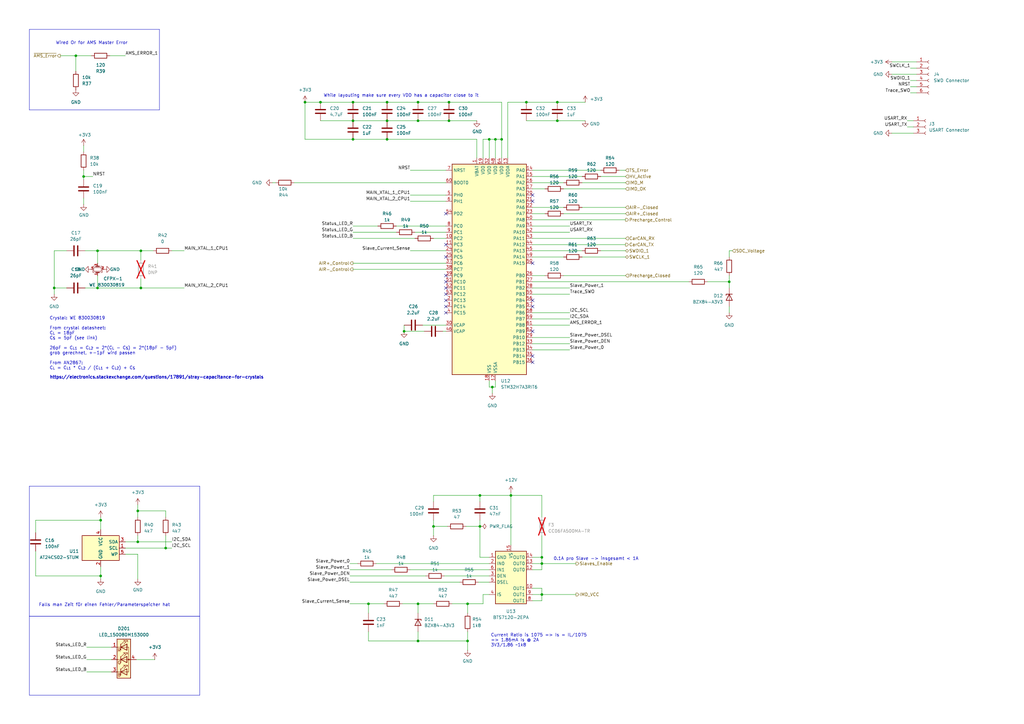
<source format=kicad_sch>
(kicad_sch
	(version 20231120)
	(generator "eeschema")
	(generator_version "8.0")
	(uuid "d4cbd48d-ba2a-4afc-b22e-0d9a16f2e6f3")
	(paper "A3")
	
	(junction
		(at 158.75 41.91)
		(diameter 0)
		(color 0 0 0 0)
		(uuid "03a3759d-7942-4573-b695-5b912c863175")
	)
	(junction
		(at 196.85 203.2)
		(diameter 0)
		(color 0 0 0 0)
		(uuid "0f1f0e21-d640-4e1a-ac04-a0d30b62e3d0")
	)
	(junction
		(at 191.77 262.89)
		(diameter 0)
		(color 0 0 0 0)
		(uuid "15877d81-8133-4872-befd-89c2fc2886fd")
	)
	(junction
		(at 184.15 41.91)
		(diameter 0)
		(color 0 0 0 0)
		(uuid "1ac0d86b-3346-4380-9c4e-fd84eda5ff34")
	)
	(junction
		(at 200.66 57.15)
		(diameter 0)
		(color 0 0 0 0)
		(uuid "1cadb882-39af-42e7-9c67-f905bc76f91b")
	)
	(junction
		(at 67.945 224.79)
		(diameter 0)
		(color 0 0 0 0)
		(uuid "1f35dff2-36ce-433f-9a2b-75366f032723")
	)
	(junction
		(at 144.78 41.91)
		(diameter 0)
		(color 0 0 0 0)
		(uuid "2dadbd81-6752-4a2d-bcfc-7e356c694396")
	)
	(junction
		(at 184.15 49.53)
		(diameter 0)
		(color 0 0 0 0)
		(uuid "324a3ec4-9c79-484f-ae41-c370eff054f6")
	)
	(junction
		(at 171.45 262.89)
		(diameter 0)
		(color 0 0 0 0)
		(uuid "34dd46fc-49a4-457d-8eb2-540834ef3173")
	)
	(junction
		(at 144.78 49.53)
		(diameter 0)
		(color 0 0 0 0)
		(uuid "35fab18d-4b89-49f0-8e62-384749737e82")
	)
	(junction
		(at 171.45 247.65)
		(diameter 0)
		(color 0 0 0 0)
		(uuid "41824f5a-4d1b-41ac-b56d-5c5804f2f6ed")
	)
	(junction
		(at 158.75 57.15)
		(diameter 0)
		(color 0 0 0 0)
		(uuid "42a8f210-badb-468f-94fa-81e5736d4256")
	)
	(junction
		(at 131.445 41.91)
		(diameter 0)
		(color 0 0 0 0)
		(uuid "45398bb8-6a78-40fa-be38-94a86f90e4ae")
	)
	(junction
		(at 165.735 135.89)
		(diameter 0)
		(color 0 0 0 0)
		(uuid "4671708f-c373-4145-bfa1-4cfd8dda75a8")
	)
	(junction
		(at 31.115 22.86)
		(diameter 0)
		(color 0 0 0 0)
		(uuid "48bb254d-2b9e-45bb-b8ae-b26c606ff031")
	)
	(junction
		(at 34.29 72.39)
		(diameter 0)
		(color 0 0 0 0)
		(uuid "532dad08-8663-4e1e-9c1f-8b44124c8313")
	)
	(junction
		(at 40.005 102.87)
		(diameter 0)
		(color 0 0 0 0)
		(uuid "61ea1dbc-0d03-4d1b-958f-ab760b1feb79")
	)
	(junction
		(at 57.785 102.87)
		(diameter 0)
		(color 0 0 0 0)
		(uuid "62f11a41-7da3-420c-b990-e1adb728237e")
	)
	(junction
		(at 209.55 203.2)
		(diameter 0)
		(color 0 0 0 0)
		(uuid "6b192b89-bb9f-41cd-b674-daea782a675f")
	)
	(junction
		(at 57.785 118.11)
		(diameter 0)
		(color 0 0 0 0)
		(uuid "7536a4ed-ffca-4408-a8bf-f575f0e80888")
	)
	(junction
		(at 158.75 49.53)
		(diameter 0)
		(color 0 0 0 0)
		(uuid "759aff39-a69a-4266-9a6a-d6415f40e298")
	)
	(junction
		(at 215.9 41.91)
		(diameter 0)
		(color 0 0 0 0)
		(uuid "77a56be9-955f-4571-9ad3-0e7454908812")
	)
	(junction
		(at 144.78 57.15)
		(diameter 0)
		(color 0 0 0 0)
		(uuid "7b1bedb7-da78-402f-81ac-23e0862798bd")
	)
	(junction
		(at 41.275 213.36)
		(diameter 0)
		(color 0 0 0 0)
		(uuid "7feb48e3-b66a-4f71-8b24-badebe9aded8")
	)
	(junction
		(at 203.2 57.15)
		(diameter 0)
		(color 0 0 0 0)
		(uuid "83a1a13f-8f95-4fd7-993a-410e5767a6e5")
	)
	(junction
		(at 222.25 243.84)
		(diameter 0)
		(color 0 0 0 0)
		(uuid "924a7b4b-cf25-4e22-b068-a8b9bbc9872a")
	)
	(junction
		(at 40.005 118.11)
		(diameter 0)
		(color 0 0 0 0)
		(uuid "946bddeb-f542-47b4-8419-d10fd34a40d1")
	)
	(junction
		(at 171.45 49.53)
		(diameter 0)
		(color 0 0 0 0)
		(uuid "98983af6-1101-48a2-b256-db30160608b2")
	)
	(junction
		(at 222.25 228.6)
		(diameter 0)
		(color 0 0 0 0)
		(uuid "9c4908db-1e07-4079-bfaf-5d40025e5442")
	)
	(junction
		(at 228.6 49.53)
		(diameter 0)
		(color 0 0 0 0)
		(uuid "a5806e8a-d37e-4948-a53a-b6afb68ef21b")
	)
	(junction
		(at 151.13 247.65)
		(diameter 0)
		(color 0 0 0 0)
		(uuid "a5dac9b6-2ea7-490c-9f58-e0911d866e64")
	)
	(junction
		(at 196.85 215.9)
		(diameter 0)
		(color 0 0 0 0)
		(uuid "a7544fdb-f846-4370-a9dc-00bd2073c227")
	)
	(junction
		(at 205.74 57.15)
		(diameter 0)
		(color 0 0 0 0)
		(uuid "b0e8881d-6617-4536-ba53-a3732dec8500")
	)
	(junction
		(at 56.515 222.25)
		(diameter 0)
		(color 0 0 0 0)
		(uuid "b6122c65-215c-4e5b-8b55-cbeb779c19a6")
	)
	(junction
		(at 41.275 236.22)
		(diameter 0)
		(color 0 0 0 0)
		(uuid "bce966db-75d7-4653-91a8-769d9833b8c9")
	)
	(junction
		(at 222.25 231.14)
		(diameter 0)
		(color 0 0 0 0)
		(uuid "c466e20b-761d-4d8b-801f-123ceb1b4476")
	)
	(junction
		(at 22.225 118.11)
		(diameter 0)
		(color 0 0 0 0)
		(uuid "c822f036-2704-4c86-afb0-23139aeb37a4")
	)
	(junction
		(at 299.085 115.57)
		(diameter 0)
		(color 0 0 0 0)
		(uuid "cfc23479-1c19-4a44-8caa-cf59e3b08709")
	)
	(junction
		(at 201.93 158.75)
		(diameter 0)
		(color 0 0 0 0)
		(uuid "d2ebf59c-22bf-43e2-bef8-48cc74b1becc")
	)
	(junction
		(at 177.8 215.9)
		(diameter 0)
		(color 0 0 0 0)
		(uuid "e09232c8-d81b-43b3-9697-629f05bda6fc")
	)
	(junction
		(at 191.77 247.65)
		(diameter 0)
		(color 0 0 0 0)
		(uuid "e0e893de-95ba-4df2-844b-66a868b2170b")
	)
	(junction
		(at 171.45 41.91)
		(diameter 0)
		(color 0 0 0 0)
		(uuid "f2b79fa5-4967-4f5c-8e54-15e2d092b7d8")
	)
	(junction
		(at 228.6 41.91)
		(diameter 0)
		(color 0 0 0 0)
		(uuid "f5ba06c7-f412-4dc9-a9e5-3f8b0dc45b8c")
	)
	(junction
		(at 125.095 41.91)
		(diameter 0)
		(color 0 0 0 0)
		(uuid "f8cd8aad-e10e-4f71-8ff1-e1a485f1cf10")
	)
	(junction
		(at 56.515 209.55)
		(diameter 0)
		(color 0 0 0 0)
		(uuid "fe96dfa7-79fc-4a85-b76c-251ab4a97185")
	)
	(no_connect
		(at 218.44 107.95)
		(uuid "1b4c23fe-f329-49e4-bc96-feb468589a60")
	)
	(no_connect
		(at 182.88 100.33)
		(uuid "2b80d47b-676a-482f-9bfc-64a41d3f3d0e")
	)
	(no_connect
		(at 182.88 115.57)
		(uuid "43d10757-0d33-4fc0-b2ce-24c52d3a008e")
	)
	(no_connect
		(at 218.44 135.89)
		(uuid "5788217e-1c93-4a75-9b25-5fa8ade3bfb4")
	)
	(no_connect
		(at 218.44 148.59)
		(uuid "7127fbe6-10c1-4f0b-82f5-a282d24ca71e")
	)
	(no_connect
		(at 182.88 113.03)
		(uuid "7e459dbf-80e8-4589-867c-3b21b29477ed")
	)
	(no_connect
		(at 182.88 125.73)
		(uuid "82603adb-a7d5-482d-9127-3c211cff5422")
	)
	(no_connect
		(at 218.44 123.19)
		(uuid "8c628c61-34ff-45f4-a74e-4b90a6f774a9")
	)
	(no_connect
		(at 218.44 80.01)
		(uuid "8de7b4f3-005f-4585-90a1-3db4f5fc3c70")
	)
	(no_connect
		(at 182.88 123.19)
		(uuid "9cfa33f1-24e0-4808-b0d0-8d3c1c385f78")
	)
	(no_connect
		(at 218.44 82.55)
		(uuid "a7ebcd51-78c3-4d85-a055-455702184fc6")
	)
	(no_connect
		(at 182.88 87.63)
		(uuid "b184f892-72e9-45d8-b1e6-a06dba188098")
	)
	(no_connect
		(at 218.44 146.05)
		(uuid "babd7ffe-4e28-48c5-a5c1-732fddf41d04")
	)
	(no_connect
		(at 182.88 105.41)
		(uuid "caf8182e-0d75-495d-8eb6-8ae1c71aec6d")
	)
	(no_connect
		(at 182.88 118.11)
		(uuid "d8a10bae-fe23-4de8-948e-da4248197c1a")
	)
	(no_connect
		(at 218.44 125.73)
		(uuid "eb99272d-d061-4533-8408-31d478288fc3")
	)
	(no_connect
		(at 182.88 120.65)
		(uuid "f4558f25-e6eb-4fff-9b8f-79ab0fa22bb0")
	)
	(no_connect
		(at 182.88 128.27)
		(uuid "f4e4ada1-cb2d-44e2-bb9f-a2b1b97b665d")
	)
	(wire
		(pts
			(xy 151.13 259.08) (xy 151.13 262.89)
		)
		(stroke
			(width 0)
			(type default)
		)
		(uuid "0000d46b-f91d-428c-86fd-6fdb69d55661")
	)
	(wire
		(pts
			(xy 35.56 265.43) (xy 45.72 265.43)
		)
		(stroke
			(width 0)
			(type default)
		)
		(uuid "00a9b31c-e82d-453a-be58-b4abc5ac351d")
	)
	(wire
		(pts
			(xy 182.88 95.25) (xy 170.18 95.25)
		)
		(stroke
			(width 0)
			(type default)
		)
		(uuid "03c91292-e56b-4a61-b3ab-d1babc930d6b")
	)
	(wire
		(pts
			(xy 222.25 219.71) (xy 222.25 228.6)
		)
		(stroke
			(width 0)
			(type default)
		)
		(uuid "0424a261-670a-4c72-8809-cf516ca7069d")
	)
	(wire
		(pts
			(xy 205.74 57.15) (xy 203.2 57.15)
		)
		(stroke
			(width 0)
			(type default)
		)
		(uuid "05bfeaa0-df4f-428a-b82c-80c6e1c08c26")
	)
	(wire
		(pts
			(xy 40.005 113.03) (xy 40.005 118.11)
		)
		(stroke
			(width 0)
			(type default)
		)
		(uuid "05dacf05-9574-44b2-bdb6-b8e1e819a626")
	)
	(wire
		(pts
			(xy 233.68 120.65) (xy 218.44 120.65)
		)
		(stroke
			(width 0)
			(type default)
		)
		(uuid "063a7988-9534-41f9-a2cb-597aec8ea15d")
	)
	(wire
		(pts
			(xy 218.44 128.27) (xy 233.68 128.27)
		)
		(stroke
			(width 0)
			(type default)
		)
		(uuid "06c47010-519a-4268-a8b5-11a2a5116d89")
	)
	(wire
		(pts
			(xy 55.88 270.51) (xy 63.5 270.51)
		)
		(stroke
			(width 0)
			(type default)
		)
		(uuid "093536f8-5053-4960-ae82-b79e98fbf0c3")
	)
	(wire
		(pts
			(xy 373.38 35.56) (xy 375.92 35.56)
		)
		(stroke
			(width 0)
			(type default)
		)
		(uuid "0a8fcbd9-28d4-4158-90b1-effb227052ba")
	)
	(wire
		(pts
			(xy 51.435 222.25) (xy 56.515 222.25)
		)
		(stroke
			(width 0)
			(type default)
		)
		(uuid "0b27490f-9170-460e-b4f9-021823ff8d1d")
	)
	(wire
		(pts
			(xy 233.68 138.43) (xy 218.44 138.43)
		)
		(stroke
			(width 0)
			(type default)
		)
		(uuid "0c4e0256-4d14-41e5-8e44-2746cf58f5cb")
	)
	(wire
		(pts
			(xy 37.465 22.86) (xy 31.115 22.86)
		)
		(stroke
			(width 0)
			(type default)
		)
		(uuid "0c9f274e-3616-4c1a-b856-4198cde2b8ac")
	)
	(polyline
		(pts
			(xy 12.065 252.73) (xy 81.915 252.73)
		)
		(stroke
			(width 0)
			(type default)
		)
		(uuid "0d8a09c2-a0b6-45e6-80a0-68320f7d4b26")
	)
	(wire
		(pts
			(xy 200.66 57.15) (xy 200.66 64.77)
		)
		(stroke
			(width 0)
			(type default)
		)
		(uuid "0db05391-ac84-42d0-b65f-6b929c530013")
	)
	(wire
		(pts
			(xy 57.785 102.87) (xy 62.865 102.87)
		)
		(stroke
			(width 0)
			(type default)
		)
		(uuid "0f718aac-c884-4e5c-b7df-20e8927e2457")
	)
	(polyline
		(pts
			(xy 81.915 285.115) (xy 81.915 252.73)
		)
		(stroke
			(width 0)
			(type default)
		)
		(uuid "1103a922-f41c-432a-8c5b-9d290d39f4b4")
	)
	(wire
		(pts
			(xy 184.15 41.91) (xy 171.45 41.91)
		)
		(stroke
			(width 0)
			(type default)
		)
		(uuid "12477c27-c8bf-457d-92b6-181d550bc1a2")
	)
	(wire
		(pts
			(xy 365.76 30.48) (xy 375.92 30.48)
		)
		(stroke
			(width 0)
			(type default)
		)
		(uuid "132128eb-03b9-4e5d-9503-c534251b49cb")
	)
	(wire
		(pts
			(xy 162.56 95.25) (xy 144.78 95.25)
		)
		(stroke
			(width 0)
			(type default)
		)
		(uuid "172f61fb-8366-415e-9ebe-b00b59217feb")
	)
	(wire
		(pts
			(xy 34.29 59.69) (xy 34.29 62.23)
		)
		(stroke
			(width 0)
			(type default)
		)
		(uuid "1747bf1e-a3b7-49ee-90a3-0abd4a961da9")
	)
	(wire
		(pts
			(xy 177.8 203.2) (xy 196.85 203.2)
		)
		(stroke
			(width 0)
			(type default)
		)
		(uuid "1c393cbe-c09a-40d2-a62f-ed5ca9553880")
	)
	(wire
		(pts
			(xy 215.9 41.91) (xy 228.6 41.91)
		)
		(stroke
			(width 0)
			(type default)
		)
		(uuid "1d28ca35-75b3-43fb-a999-b944f387b3eb")
	)
	(wire
		(pts
			(xy 254 69.85) (xy 256.54 69.85)
		)
		(stroke
			(width 0)
			(type default)
		)
		(uuid "1d43c982-4421-4ee2-99a4-8b8985d009e4")
	)
	(wire
		(pts
			(xy 198.12 243.84) (xy 200.66 243.84)
		)
		(stroke
			(width 0)
			(type default)
		)
		(uuid "20e8b438-9644-4280-ba0b-36e179bc2f7e")
	)
	(wire
		(pts
			(xy 171.45 41.91) (xy 158.75 41.91)
		)
		(stroke
			(width 0)
			(type default)
		)
		(uuid "225eb5af-3b1d-435c-869c-85ac75a03f1e")
	)
	(polyline
		(pts
			(xy 12.065 12.065) (xy 12.065 45.085)
		)
		(stroke
			(width 0)
			(type default)
		)
		(uuid "238526c7-f555-4ce0-b311-d60e0694135e")
	)
	(wire
		(pts
			(xy 31.115 29.21) (xy 31.115 22.86)
		)
		(stroke
			(width 0)
			(type default)
		)
		(uuid "23ebeaff-3812-4872-b1ba-2dc51a5a126b")
	)
	(polyline
		(pts
			(xy 12.065 252.73) (xy 81.915 252.73)
		)
		(stroke
			(width 0)
			(type default)
		)
		(uuid "24d744bb-071d-4f79-8bae-c7d654089abc")
	)
	(polyline
		(pts
			(xy 12.065 199.39) (xy 81.915 199.39)
		)
		(stroke
			(width 0)
			(type default)
		)
		(uuid "24f276ae-afda-4446-a1b5-4fa81b56eb6d")
	)
	(wire
		(pts
			(xy 24.765 22.86) (xy 31.115 22.86)
		)
		(stroke
			(width 0)
			(type default)
		)
		(uuid "2788495c-0df5-4c4b-92cf-214e951539aa")
	)
	(wire
		(pts
			(xy 205.74 64.77) (xy 205.74 57.15)
		)
		(stroke
			(width 0)
			(type default)
		)
		(uuid "2aa30e83-edec-4e18-999d-d058d4aeeb9e")
	)
	(wire
		(pts
			(xy 41.275 236.22) (xy 41.275 237.49)
		)
		(stroke
			(width 0)
			(type default)
		)
		(uuid "2aa97710-2bbc-47d9-923a-0cae3dd7c15d")
	)
	(wire
		(pts
			(xy 56.515 209.55) (xy 67.945 209.55)
		)
		(stroke
			(width 0)
			(type default)
		)
		(uuid "2d405030-ec6f-43c6-afec-c18175101df1")
	)
	(wire
		(pts
			(xy 171.45 262.89) (xy 191.77 262.89)
		)
		(stroke
			(width 0)
			(type default)
		)
		(uuid "2e256168-573d-453b-9d7b-d0131cb93d55")
	)
	(wire
		(pts
			(xy 200.66 158.75) (xy 200.66 156.21)
		)
		(stroke
			(width 0)
			(type default)
		)
		(uuid "2e49942b-ac45-44b6-bed9-cd4a503b4422")
	)
	(wire
		(pts
			(xy 299.085 115.57) (xy 290.195 115.57)
		)
		(stroke
			(width 0)
			(type default)
		)
		(uuid "2f04480a-e03d-4813-bb05-547edc72750d")
	)
	(wire
		(pts
			(xy 238.76 85.09) (xy 256.54 85.09)
		)
		(stroke
			(width 0)
			(type default)
		)
		(uuid "2f4a5107-f814-46aa-99a4-a10adc9460ab")
	)
	(wire
		(pts
			(xy 144.78 57.15) (xy 158.75 57.15)
		)
		(stroke
			(width 0)
			(type default)
		)
		(uuid "2fe411ab-e7de-4ab0-b3cb-83b3bf707ab6")
	)
	(wire
		(pts
			(xy 34.29 72.39) (xy 34.29 69.85)
		)
		(stroke
			(width 0)
			(type default)
		)
		(uuid "318a4035-f6bc-47f1-9fc9-9de77f999fac")
	)
	(wire
		(pts
			(xy 51.435 224.79) (xy 67.945 224.79)
		)
		(stroke
			(width 0)
			(type default)
		)
		(uuid "31b73bd9-52df-472f-8242-a7d34d2e487a")
	)
	(wire
		(pts
			(xy 168.275 102.87) (xy 182.88 102.87)
		)
		(stroke
			(width 0)
			(type default)
		)
		(uuid "31ba5691-aa5b-421a-af49-06f922b2cdc3")
	)
	(wire
		(pts
			(xy 373.38 38.1) (xy 375.92 38.1)
		)
		(stroke
			(width 0)
			(type default)
		)
		(uuid "339125de-c706-4796-b759-747f793c38b8")
	)
	(wire
		(pts
			(xy 57.785 102.87) (xy 57.785 106.68)
		)
		(stroke
			(width 0)
			(type default)
		)
		(uuid "33a4dcd9-2e04-4396-b9b6-d477cfbcc6aa")
	)
	(wire
		(pts
			(xy 228.6 41.91) (xy 240.03 41.91)
		)
		(stroke
			(width 0)
			(type default)
		)
		(uuid "33f361c7-0379-4bc0-af57-6f9045b3aca3")
	)
	(wire
		(pts
			(xy 125.095 41.91) (xy 125.095 57.15)
		)
		(stroke
			(width 0)
			(type default)
		)
		(uuid "36b84adb-d320-4c6e-bf82-b57c31cb2ce0")
	)
	(wire
		(pts
			(xy 151.13 262.89) (xy 171.45 262.89)
		)
		(stroke
			(width 0)
			(type default)
		)
		(uuid "385490a2-c922-4f86-934d-ac62a82d5c2c")
	)
	(wire
		(pts
			(xy 182.245 236.22) (xy 200.66 236.22)
		)
		(stroke
			(width 0)
			(type default)
		)
		(uuid "3ad84823-18c7-4e01-87a3-414de3683182")
	)
	(wire
		(pts
			(xy 208.28 41.91) (xy 208.28 64.77)
		)
		(stroke
			(width 0)
			(type default)
		)
		(uuid "3bfb1518-a944-4c61-8f2e-0dc2788576ae")
	)
	(wire
		(pts
			(xy 185.42 247.65) (xy 191.77 247.65)
		)
		(stroke
			(width 0)
			(type default)
		)
		(uuid "3db5d72f-3983-4bba-bda6-154d34721226")
	)
	(wire
		(pts
			(xy 228.6 49.53) (xy 240.03 49.53)
		)
		(stroke
			(width 0)
			(type default)
		)
		(uuid "3eb11b06-3b87-4e88-a93e-7ca5db894309")
	)
	(wire
		(pts
			(xy 196.85 203.2) (xy 209.55 203.2)
		)
		(stroke
			(width 0)
			(type default)
		)
		(uuid "3f7e754a-7953-427a-9f07-27b797397f03")
	)
	(wire
		(pts
			(xy 56.515 227.33) (xy 51.435 227.33)
		)
		(stroke
			(width 0)
			(type default)
		)
		(uuid "3fc1a7dd-fb24-4157-b82b-63f1b6d82093")
	)
	(wire
		(pts
			(xy 209.55 201.93) (xy 209.55 203.2)
		)
		(stroke
			(width 0)
			(type default)
		)
		(uuid "41b963d7-363c-4729-953c-9bdef3cc62ec")
	)
	(wire
		(pts
			(xy 238.76 105.41) (xy 256.54 105.41)
		)
		(stroke
			(width 0)
			(type default)
		)
		(uuid "43925c8b-cf1b-493f-be95-3cff1dac5591")
	)
	(wire
		(pts
			(xy 196.85 203.2) (xy 196.85 205.74)
		)
		(stroke
			(width 0)
			(type default)
		)
		(uuid "4484ca8e-e541-49e5-8e63-97c8f8679238")
	)
	(wire
		(pts
			(xy 144.78 92.71) (xy 154.94 92.71)
		)
		(stroke
			(width 0)
			(type default)
		)
		(uuid "45e4f02e-1490-4cb8-8916-130ca7ed7d02")
	)
	(wire
		(pts
			(xy 196.85 213.36) (xy 196.85 215.9)
		)
		(stroke
			(width 0)
			(type default)
		)
		(uuid "45e62f31-a291-4b80-943b-2838d4041658")
	)
	(wire
		(pts
			(xy 196.215 238.76) (xy 200.66 238.76)
		)
		(stroke
			(width 0)
			(type default)
		)
		(uuid "4698fcb4-75ad-4207-a973-079efdc00a01")
	)
	(wire
		(pts
			(xy 14.605 236.22) (xy 41.275 236.22)
		)
		(stroke
			(width 0)
			(type default)
		)
		(uuid "4833b105-0cfc-427f-8c83-b585c5dc897e")
	)
	(wire
		(pts
			(xy 177.8 213.36) (xy 177.8 215.9)
		)
		(stroke
			(width 0)
			(type default)
		)
		(uuid "483efd2a-8bd6-49a6-b02a-466fe9818820")
	)
	(wire
		(pts
			(xy 198.12 57.15) (xy 200.66 57.15)
		)
		(stroke
			(width 0)
			(type default)
		)
		(uuid "488a6a2e-3720-4c0c-a765-55417eac8b23")
	)
	(wire
		(pts
			(xy 218.44 243.84) (xy 222.25 243.84)
		)
		(stroke
			(width 0)
			(type default)
		)
		(uuid "4a8c7a15-9a56-4bcf-b9a6-d2bc85faaba1")
	)
	(wire
		(pts
			(xy 233.68 118.11) (xy 218.44 118.11)
		)
		(stroke
			(width 0)
			(type default)
		)
		(uuid "4acb091c-4788-4d59-9aa1-7cceaad38972")
	)
	(wire
		(pts
			(xy 218.44 246.38) (xy 222.25 246.38)
		)
		(stroke
			(width 0)
			(type default)
		)
		(uuid "4ad101c0-80f7-49b7-a0b2-56042743144d")
	)
	(wire
		(pts
			(xy 143.51 236.22) (xy 174.625 236.22)
		)
		(stroke
			(width 0)
			(type default)
		)
		(uuid "4ece41a9-0d5b-4e2b-94c9-b482397e968e")
	)
	(wire
		(pts
			(xy 177.8 215.9) (xy 183.515 215.9)
		)
		(stroke
			(width 0)
			(type default)
		)
		(uuid "4f3a7862-7f31-4ab8-b595-804fbcf6f149")
	)
	(wire
		(pts
			(xy 56.515 219.71) (xy 56.515 222.25)
		)
		(stroke
			(width 0)
			(type default)
		)
		(uuid "503376a9-79b5-4d55-b49f-2bec79ab5b07")
	)
	(wire
		(pts
			(xy 56.515 209.55) (xy 56.515 212.09)
		)
		(stroke
			(width 0)
			(type default)
		)
		(uuid "50c729aa-41fc-4486-921d-fa272ad8ea4a")
	)
	(wire
		(pts
			(xy 143.51 231.14) (xy 146.685 231.14)
		)
		(stroke
			(width 0)
			(type default)
		)
		(uuid "51bdf67a-2dd6-4004-9f91-1859efe52e24")
	)
	(wire
		(pts
			(xy 56.515 222.25) (xy 70.485 222.25)
		)
		(stroke
			(width 0)
			(type default)
		)
		(uuid "51cbfefa-615a-4129-851c-61359f5767cf")
	)
	(wire
		(pts
			(xy 218.44 228.6) (xy 222.25 228.6)
		)
		(stroke
			(width 0)
			(type default)
		)
		(uuid "521c3828-1b12-4dfe-a9e3-dcd39e7a4781")
	)
	(wire
		(pts
			(xy 299.085 102.87) (xy 300.355 102.87)
		)
		(stroke
			(width 0)
			(type default)
		)
		(uuid "52a6f410-c16b-4dc7-949f-33ce1b591997")
	)
	(wire
		(pts
			(xy 41.275 232.41) (xy 41.275 236.22)
		)
		(stroke
			(width 0)
			(type default)
		)
		(uuid "54f4e079-8594-4e1e-a67d-5565236d88eb")
	)
	(wire
		(pts
			(xy 196.85 215.9) (xy 196.85 228.6)
		)
		(stroke
			(width 0)
			(type default)
		)
		(uuid "55016386-6e66-4a9a-bf5f-6206aa8e9914")
	)
	(wire
		(pts
			(xy 67.945 209.55) (xy 67.945 212.09)
		)
		(stroke
			(width 0)
			(type default)
		)
		(uuid "557ccc92-636c-4578-ac6e-8ebf057e891c")
	)
	(wire
		(pts
			(xy 218.44 231.14) (xy 222.25 231.14)
		)
		(stroke
			(width 0)
			(type default)
		)
		(uuid "55c81826-8da2-4a04-9418-0a69e0f9a51f")
	)
	(wire
		(pts
			(xy 299.085 105.41) (xy 299.085 102.87)
		)
		(stroke
			(width 0)
			(type default)
		)
		(uuid "55fe2fc1-0386-4040-a24e-57af6ecf00a4")
	)
	(wire
		(pts
			(xy 158.75 49.53) (xy 144.78 49.53)
		)
		(stroke
			(width 0)
			(type default)
		)
		(uuid "59ed0714-c9cc-4967-b971-dcfc6b84dc4b")
	)
	(wire
		(pts
			(xy 14.605 218.44) (xy 14.605 213.36)
		)
		(stroke
			(width 0)
			(type default)
		)
		(uuid "5a42e3d6-a062-447f-8b3a-f364186dd78c")
	)
	(wire
		(pts
			(xy 34.29 83.82) (xy 34.29 81.28)
		)
		(stroke
			(width 0)
			(type default)
		)
		(uuid "5a4a1be9-6ead-427b-b428-a4940d29a9ef")
	)
	(polyline
		(pts
			(xy 12.065 285.115) (xy 81.915 285.115)
		)
		(stroke
			(width 0)
			(type default)
		)
		(uuid "5a4f3c3d-254d-4408-ba82-a80a7b144bae")
	)
	(wire
		(pts
			(xy 35.56 270.51) (xy 45.72 270.51)
		)
		(stroke
			(width 0)
			(type default)
		)
		(uuid "5b76c094-66e3-4ab5-a0c2-cc286faf2f27")
	)
	(wire
		(pts
			(xy 222.25 241.3) (xy 222.25 243.84)
		)
		(stroke
			(width 0)
			(type default)
		)
		(uuid "5bb497fc-5d7d-410a-824e-7644b6299c10")
	)
	(wire
		(pts
			(xy 22.225 118.11) (xy 27.305 118.11)
		)
		(stroke
			(width 0)
			(type default)
		)
		(uuid "5cd6c35e-d59f-486c-bbdf-15e5cba5e7d4")
	)
	(wire
		(pts
			(xy 372.11 52.07) (xy 374.65 52.07)
		)
		(stroke
			(width 0)
			(type default)
		)
		(uuid "5dbec633-1e22-450d-9c89-ba4a971acc6d")
	)
	(wire
		(pts
			(xy 203.2 57.15) (xy 203.2 64.77)
		)
		(stroke
			(width 0)
			(type default)
		)
		(uuid "5e32db61-448c-4888-99e6-547b5f404cfa")
	)
	(wire
		(pts
			(xy 171.45 247.65) (xy 177.8 247.65)
		)
		(stroke
			(width 0)
			(type default)
		)
		(uuid "5f5596ef-aa65-47d5-b076-5d313e4cae6b")
	)
	(wire
		(pts
			(xy 223.52 113.03) (xy 218.44 113.03)
		)
		(stroke
			(width 0)
			(type default)
		)
		(uuid "602900bf-ac3f-4e12-b454-716e438dfd31")
	)
	(wire
		(pts
			(xy 57.785 118.11) (xy 75.565 118.11)
		)
		(stroke
			(width 0)
			(type default)
		)
		(uuid "62ab04d7-fb92-452d-a050-cb4fb23ac2c2")
	)
	(wire
		(pts
			(xy 40.005 102.87) (xy 40.005 107.95)
		)
		(stroke
			(width 0)
			(type default)
		)
		(uuid "64ed5c78-bd95-48d1-9437-3b33e17547a7")
	)
	(wire
		(pts
			(xy 203.2 158.75) (xy 201.93 158.75)
		)
		(stroke
			(width 0)
			(type default)
		)
		(uuid "64fc87ff-b976-491c-afb0-d9fab13051a7")
	)
	(wire
		(pts
			(xy 191.77 247.65) (xy 198.12 247.65)
		)
		(stroke
			(width 0)
			(type default)
		)
		(uuid "658b04a5-8b81-42d1-b6c7-3cc12387f58e")
	)
	(wire
		(pts
			(xy 34.29 73.66) (xy 34.29 72.39)
		)
		(stroke
			(width 0)
			(type default)
		)
		(uuid "6590619b-87da-4786-90fe-ee4e26f56ff5")
	)
	(wire
		(pts
			(xy 373.38 33.02) (xy 375.92 33.02)
		)
		(stroke
			(width 0)
			(type default)
		)
		(uuid "65bff4d5-94cc-485d-ab3a-38ac5c091e0f")
	)
	(wire
		(pts
			(xy 154.305 231.14) (xy 200.66 231.14)
		)
		(stroke
			(width 0)
			(type default)
		)
		(uuid "68c5198b-fb77-44ff-af6e-5469b3fb22d7")
	)
	(polyline
		(pts
			(xy 12.065 12.065) (xy 65.405 12.065)
		)
		(stroke
			(width 0)
			(type default)
		)
		(uuid "6bff358d-5b0d-49a0-a8e1-d1f6fe2262f2")
	)
	(wire
		(pts
			(xy 218.44 74.93) (xy 231.14 74.93)
		)
		(stroke
			(width 0)
			(type default)
		)
		(uuid "7201b30b-9769-4c49-9460-b5e17cc0df7c")
	)
	(wire
		(pts
			(xy 205.74 41.91) (xy 205.74 57.15)
		)
		(stroke
			(width 0)
			(type default)
		)
		(uuid "74ee2d01-107f-472a-b515-6bc56d09988f")
	)
	(wire
		(pts
			(xy 238.76 74.93) (xy 256.54 74.93)
		)
		(stroke
			(width 0)
			(type default)
		)
		(uuid "76018a57-848e-4eb7-a19f-e29d7ba32310")
	)
	(wire
		(pts
			(xy 40.005 118.11) (xy 57.785 118.11)
		)
		(stroke
			(width 0)
			(type default)
		)
		(uuid "7a16b3bc-f197-4011-bc2e-a943809abec5")
	)
	(wire
		(pts
			(xy 218.44 241.3) (xy 222.25 241.3)
		)
		(stroke
			(width 0)
			(type default)
		)
		(uuid "7a4f7210-1a63-4fcd-afe0-7afebfb92313")
	)
	(wire
		(pts
			(xy 143.51 233.68) (xy 160.655 233.68)
		)
		(stroke
			(width 0)
			(type default)
		)
		(uuid "7ac50b45-f862-44da-bdce-733f3ebc08f1")
	)
	(wire
		(pts
			(xy 222.25 231.14) (xy 236.22 231.14)
		)
		(stroke
			(width 0)
			(type default)
		)
		(uuid "7c5688e5-19a5-449f-81f5-72fc613b07ef")
	)
	(polyline
		(pts
			(xy 65.405 45.085) (xy 65.405 12.065)
		)
		(stroke
			(width 0)
			(type default)
		)
		(uuid "7ce1cde6-cb3b-49cc-9e1e-9dc9fca4ce8d")
	)
	(wire
		(pts
			(xy 191.77 251.46) (xy 191.77 247.65)
		)
		(stroke
			(width 0)
			(type default)
		)
		(uuid "7d130176-69f5-45dd-b53a-ff95fcea9512")
	)
	(wire
		(pts
			(xy 233.68 133.35) (xy 218.44 133.35)
		)
		(stroke
			(width 0)
			(type default)
		)
		(uuid "8186ff37-c7a7-4d11-a409-c60fc5790a67")
	)
	(wire
		(pts
			(xy 184.15 41.91) (xy 205.74 41.91)
		)
		(stroke
			(width 0)
			(type default)
		)
		(uuid "821f441e-ffc6-4064-ae78-862156d91918")
	)
	(wire
		(pts
			(xy 222.25 212.09) (xy 222.25 203.2)
		)
		(stroke
			(width 0)
			(type default)
		)
		(uuid "83389dbc-5197-41f6-b7a3-237d87361ac4")
	)
	(wire
		(pts
			(xy 218.44 87.63) (xy 223.52 87.63)
		)
		(stroke
			(width 0)
			(type default)
		)
		(uuid "8410ccea-65fd-484b-ac05-461166d0cd1f")
	)
	(wire
		(pts
			(xy 181.61 135.89) (xy 182.88 135.89)
		)
		(stroke
			(width 0)
			(type default)
		)
		(uuid "886dd26c-bf97-45c1-a735-e778e27c1ab1")
	)
	(wire
		(pts
			(xy 34.925 118.11) (xy 40.005 118.11)
		)
		(stroke
			(width 0)
			(type default)
		)
		(uuid "88c366cc-f529-42cb-bd04-cab4d5a10e0b")
	)
	(wire
		(pts
			(xy 233.68 130.81) (xy 218.44 130.81)
		)
		(stroke
			(width 0)
			(type default)
		)
		(uuid "894d4bed-6fd8-4f78-9afa-3520c21d6deb")
	)
	(wire
		(pts
			(xy 195.58 49.53) (xy 184.15 49.53)
		)
		(stroke
			(width 0)
			(type default)
		)
		(uuid "8b553a5b-83d8-4866-990e-992de37eb78a")
	)
	(wire
		(pts
			(xy 233.68 140.97) (xy 218.44 140.97)
		)
		(stroke
			(width 0)
			(type default)
		)
		(uuid "8c043ae8-088a-4faa-a5ec-eecdb6bd1c17")
	)
	(wire
		(pts
			(xy 198.12 247.65) (xy 198.12 243.84)
		)
		(stroke
			(width 0)
			(type default)
		)
		(uuid "8ce6d7b1-fd8b-4756-960c-bae7370002ae")
	)
	(polyline
		(pts
			(xy 12.065 252.73) (xy 12.065 285.115)
		)
		(stroke
			(width 0)
			(type default)
		)
		(uuid "8d743d3b-7660-4b58-82e5-4d30ad74f1a9")
	)
	(wire
		(pts
			(xy 144.78 110.49) (xy 182.88 110.49)
		)
		(stroke
			(width 0)
			(type default)
		)
		(uuid "8d98db1d-0174-47b2-abb8-91e2f684b928")
	)
	(wire
		(pts
			(xy 222.25 231.14) (xy 222.25 233.68)
		)
		(stroke
			(width 0)
			(type default)
		)
		(uuid "8db53b60-917a-43dd-87ef-1e70d4d434a0")
	)
	(wire
		(pts
			(xy 67.945 219.71) (xy 67.945 224.79)
		)
		(stroke
			(width 0)
			(type default)
		)
		(uuid "8e5a908d-0a2e-4810-a2c7-e1d9d39c8e0d")
	)
	(wire
		(pts
			(xy 299.085 115.57) (xy 299.085 118.11)
		)
		(stroke
			(width 0)
			(type default)
		)
		(uuid "8eaa8a79-867d-446e-8884-e6b1a104abad")
	)
	(wire
		(pts
			(xy 218.44 95.25) (xy 233.68 95.25)
		)
		(stroke
			(width 0)
			(type default)
		)
		(uuid "8fdafd6e-aa1a-4a40-b7be-7cb3e2993920")
	)
	(wire
		(pts
			(xy 143.51 238.76) (xy 188.595 238.76)
		)
		(stroke
			(width 0)
			(type default)
		)
		(uuid "91a2abdd-6947-4491-b3f5-7febfeb479e7")
	)
	(wire
		(pts
			(xy 218.44 97.79) (xy 256.54 97.79)
		)
		(stroke
			(width 0)
			(type default)
		)
		(uuid "9202fbb0-074e-4659-ac4c-dc4924563fa1")
	)
	(wire
		(pts
			(xy 191.77 262.89) (xy 191.77 266.7)
		)
		(stroke
			(width 0)
			(type default)
		)
		(uuid "92c23115-ebda-4860-9c95-11b32a8d968b")
	)
	(wire
		(pts
			(xy 191.77 259.08) (xy 191.77 262.89)
		)
		(stroke
			(width 0)
			(type default)
		)
		(uuid "92d98cf5-3638-4281-982b-f8bfacd3e3b4")
	)
	(wire
		(pts
			(xy 182.88 97.79) (xy 177.8 97.79)
		)
		(stroke
			(width 0)
			(type default)
		)
		(uuid "93c84bdb-1b47-4cc6-b9d2-ea09c1ac1412")
	)
	(wire
		(pts
			(xy 218.44 85.09) (xy 231.14 85.09)
		)
		(stroke
			(width 0)
			(type default)
		)
		(uuid "94b36d62-d9f1-419a-b7e7-d468924ccee7")
	)
	(wire
		(pts
			(xy 171.45 49.53) (xy 184.15 49.53)
		)
		(stroke
			(width 0)
			(type default)
		)
		(uuid "95fb3ba3-9573-40e7-aae5-543478fed1d1")
	)
	(wire
		(pts
			(xy 143.51 247.65) (xy 151.13 247.65)
		)
		(stroke
			(width 0)
			(type default)
		)
		(uuid "961f5b14-6f95-4671-be77-1c596533c189")
	)
	(wire
		(pts
			(xy 125.095 41.91) (xy 131.445 41.91)
		)
		(stroke
			(width 0)
			(type default)
		)
		(uuid "9628c997-3bfd-4491-96ca-b6e35412e8b5")
	)
	(wire
		(pts
			(xy 365.76 25.4) (xy 375.92 25.4)
		)
		(stroke
			(width 0)
			(type default)
		)
		(uuid "982824c3-b02c-44e1-8a23-675f2410721e")
	)
	(wire
		(pts
			(xy 131.445 49.53) (xy 144.78 49.53)
		)
		(stroke
			(width 0)
			(type default)
		)
		(uuid "9cc5b5ec-750d-40cd-addb-c25d294c87bd")
	)
	(wire
		(pts
			(xy 171.45 259.08) (xy 171.45 262.89)
		)
		(stroke
			(width 0)
			(type default)
		)
		(uuid "9d3a0c30-31e7-4951-b6ba-de9984fbaaa9")
	)
	(wire
		(pts
			(xy 196.85 228.6) (xy 200.66 228.6)
		)
		(stroke
			(width 0)
			(type default)
		)
		(uuid "a02754ec-9e08-48c5-b5b4-314b2d58bf9a")
	)
	(polyline
		(pts
			(xy 12.065 199.39) (xy 12.065 252.73)
		)
		(stroke
			(width 0)
			(type default)
		)
		(uuid "a06d82b7-0448-4680-a953-cf2582c1cad7")
	)
	(wire
		(pts
			(xy 231.14 87.63) (xy 256.54 87.63)
		)
		(stroke
			(width 0)
			(type default)
		)
		(uuid "a26c7003-6aa9-4e21-a5a3-1f2c6b5e0de1")
	)
	(wire
		(pts
			(xy 191.135 215.9) (xy 196.85 215.9)
		)
		(stroke
			(width 0)
			(type default)
		)
		(uuid "a59007b5-a7b5-4b85-84d4-99573d00962e")
	)
	(wire
		(pts
			(xy 201.93 158.75) (xy 200.66 158.75)
		)
		(stroke
			(width 0)
			(type default)
		)
		(uuid "a72c0a77-4be5-45af-a008-1cda44090ce1")
	)
	(wire
		(pts
			(xy 203.2 156.21) (xy 203.2 158.75)
		)
		(stroke
			(width 0)
			(type default)
		)
		(uuid "a894724d-e091-4009-a574-afc80066a688")
	)
	(wire
		(pts
			(xy 256.54 72.39) (xy 246.38 72.39)
		)
		(stroke
			(width 0)
			(type default)
		)
		(uuid "abd8be7d-4126-4958-96f8-2b1559f2fb8b")
	)
	(wire
		(pts
			(xy 14.605 226.06) (xy 14.605 236.22)
		)
		(stroke
			(width 0)
			(type default)
		)
		(uuid "ac9054d0-db6f-4ff0-b5d4-d643aa2ebed1")
	)
	(wire
		(pts
			(xy 218.44 77.47) (xy 223.52 77.47)
		)
		(stroke
			(width 0)
			(type default)
		)
		(uuid "ad2c8321-709c-447a-91e2-7405ffd32447")
	)
	(polyline
		(pts
			(xy 12.065 45.085) (xy 65.405 45.085)
		)
		(stroke
			(width 0)
			(type default)
		)
		(uuid "ae3be15b-8a87-45dc-a314-b14ef35d879c")
	)
	(wire
		(pts
			(xy 41.275 213.36) (xy 41.275 217.17)
		)
		(stroke
			(width 0)
			(type default)
		)
		(uuid "b12721b5-bda1-4e8b-b899-d760faeb88af")
	)
	(wire
		(pts
			(xy 233.68 143.51) (xy 218.44 143.51)
		)
		(stroke
			(width 0)
			(type default)
		)
		(uuid "b145aac1-03e2-45f6-ad8b-79e404a29bf0")
	)
	(wire
		(pts
			(xy 171.45 251.46) (xy 171.45 247.65)
		)
		(stroke
			(width 0)
			(type default)
		)
		(uuid "b2815b3a-3597-41fb-ae51-2c280348c6f7")
	)
	(wire
		(pts
			(xy 14.605 213.36) (xy 41.275 213.36)
		)
		(stroke
			(width 0)
			(type default)
		)
		(uuid "b2997dfd-3a4f-4035-9959-2eafa708b691")
	)
	(wire
		(pts
			(xy 218.44 102.87) (xy 238.76 102.87)
		)
		(stroke
			(width 0)
			(type default)
		)
		(uuid "b2c9efe6-5b57-4256-a72c-445eaa8b923c")
	)
	(wire
		(pts
			(xy 222.25 203.2) (xy 209.55 203.2)
		)
		(stroke
			(width 0)
			(type default)
		)
		(uuid "b3a20cef-1f1b-4406-abde-505f60d2c66f")
	)
	(wire
		(pts
			(xy 365.76 54.61) (xy 374.65 54.61)
		)
		(stroke
			(width 0)
			(type default)
		)
		(uuid "b4389be8-c084-4fd6-aa0e-6622c597b9a5")
	)
	(wire
		(pts
			(xy 67.945 224.79) (xy 70.485 224.79)
		)
		(stroke
			(width 0)
			(type default)
		)
		(uuid "b43a6d3a-e7b0-4c59-9f62-23af2d576c21")
	)
	(wire
		(pts
			(xy 38.1 72.39) (xy 34.29 72.39)
		)
		(stroke
			(width 0)
			(type default)
		)
		(uuid "b4cfe1ae-0797-4b24-bf6d-aec115b93efb")
	)
	(wire
		(pts
			(xy 41.275 212.09) (xy 41.275 213.36)
		)
		(stroke
			(width 0)
			(type default)
		)
		(uuid "b82cff69-d6d1-43ff-861a-a3a0418a6f13")
	)
	(wire
		(pts
			(xy 372.11 49.53) (xy 374.65 49.53)
		)
		(stroke
			(width 0)
			(type default)
		)
		(uuid "b8782e2d-959f-4258-9904-504ffa3f9c0b")
	)
	(wire
		(pts
			(xy 56.515 237.49) (xy 56.515 227.33)
		)
		(stroke
			(width 0)
			(type default)
		)
		(uuid "b9925a8e-b04e-4673-9b9e-849d2393bdec")
	)
	(wire
		(pts
			(xy 22.225 102.87) (xy 27.305 102.87)
		)
		(stroke
			(width 0)
			(type default)
		)
		(uuid "b9e52ab1-5e34-40bd-8aef-135522409b3e")
	)
	(wire
		(pts
			(xy 34.925 102.87) (xy 40.005 102.87)
		)
		(stroke
			(width 0)
			(type default)
		)
		(uuid "bae548aa-7029-4420-b4d5-3541936e55f7")
	)
	(wire
		(pts
			(xy 195.58 64.77) (xy 195.58 57.15)
		)
		(stroke
			(width 0)
			(type default)
		)
		(uuid "c04905ea-6609-439a-b26f-4713cd2c8b8c")
	)
	(wire
		(pts
			(xy 45.085 22.86) (xy 51.435 22.86)
		)
		(stroke
			(width 0)
			(type default)
		)
		(uuid "c11f4eb9-fcdd-49fb-8b59-8a691c10c71d")
	)
	(wire
		(pts
			(xy 56.515 207.01) (xy 56.515 209.55)
		)
		(stroke
			(width 0)
			(type default)
		)
		(uuid "c1eda79f-bb62-4e32-98e0-1f770c6952a0")
	)
	(wire
		(pts
			(xy 177.8 205.74) (xy 177.8 203.2)
		)
		(stroke
			(width 0)
			(type default)
		)
		(uuid "c1f4846c-98f1-430c-8870-896e0379502f")
	)
	(wire
		(pts
			(xy 218.44 92.71) (xy 233.68 92.71)
		)
		(stroke
			(width 0)
			(type default)
		)
		(uuid "c2176fd7-8293-46ad-a064-072819d34cf7")
	)
	(wire
		(pts
			(xy 218.44 100.33) (xy 256.54 100.33)
		)
		(stroke
			(width 0)
			(type default)
		)
		(uuid "c225d559-0de4-48c8-bdcb-ec4e57a1bdcb")
	)
	(wire
		(pts
			(xy 158.75 49.53) (xy 171.45 49.53)
		)
		(stroke
			(width 0)
			(type default)
		)
		(uuid "c2b0a863-aceb-496c-8a9a-d82e34c7dbf9")
	)
	(wire
		(pts
			(xy 158.75 41.91) (xy 144.78 41.91)
		)
		(stroke
			(width 0)
			(type default)
		)
		(uuid "c2e5480f-88f5-42e0-afa2-f932a2115ebe")
	)
	(wire
		(pts
			(xy 151.13 247.65) (xy 157.48 247.65)
		)
		(stroke
			(width 0)
			(type default)
		)
		(uuid "c3088f5f-48ed-49d4-a7fb-c120f4b04f6a")
	)
	(wire
		(pts
			(xy 201.93 161.29) (xy 201.93 158.75)
		)
		(stroke
			(width 0)
			(type default)
		)
		(uuid "c3d256da-1982-49da-940a-45acb9046de1")
	)
	(wire
		(pts
			(xy 165.735 135.89) (xy 173.99 135.89)
		)
		(stroke
			(width 0)
			(type default)
		)
		(uuid "c4c97c7c-0b80-40b0-bf63-f8cf73be6035")
	)
	(wire
		(pts
			(xy 198.12 64.77) (xy 198.12 57.15)
		)
		(stroke
			(width 0)
			(type default)
		)
		(uuid "c62fdded-9d68-4edb-ba22-11d076b0e3e4")
	)
	(wire
		(pts
			(xy 168.275 80.01) (xy 182.88 80.01)
		)
		(stroke
			(width 0)
			(type default)
		)
		(uuid "c7376b2d-9b39-414c-a357-05438afe2c48")
	)
	(wire
		(pts
			(xy 215.9 49.53) (xy 228.6 49.53)
		)
		(stroke
			(width 0)
			(type default)
		)
		(uuid "c829b08e-29c9-4564-87cf-588196fc8a5b")
	)
	(wire
		(pts
			(xy 57.785 114.3) (xy 57.785 118.11)
		)
		(stroke
			(width 0)
			(type default)
		)
		(uuid "c9d8804f-48ba-4266-b67f-13b9f8bb055f")
	)
	(wire
		(pts
			(xy 246.38 102.87) (xy 256.54 102.87)
		)
		(stroke
			(width 0)
			(type default)
		)
		(uuid "ca723bc7-ab4e-4d1b-846f-c09837a610cf")
	)
	(wire
		(pts
			(xy 158.75 57.15) (xy 195.58 57.15)
		)
		(stroke
			(width 0)
			(type default)
		)
		(uuid "d1f87efd-6531-4256-bb1d-19ae58c7afeb")
	)
	(wire
		(pts
			(xy 22.225 120.65) (xy 22.225 118.11)
		)
		(stroke
			(width 0)
			(type default)
		)
		(uuid "d2d3df8f-a191-4fb3-85a7-4d31d32a9aa0")
	)
	(wire
		(pts
			(xy 144.78 107.95) (xy 182.88 107.95)
		)
		(stroke
			(width 0)
			(type default)
		)
		(uuid "d5448e5e-72d9-44b8-be9e-26894df3ebd9")
	)
	(wire
		(pts
			(xy 22.225 118.11) (xy 22.225 102.87)
		)
		(stroke
			(width 0)
			(type default)
		)
		(uuid "d711bd9c-056a-484f-9cda-ec7e3a307d8c")
	)
	(wire
		(pts
			(xy 168.275 82.55) (xy 182.88 82.55)
		)
		(stroke
			(width 0)
			(type default)
		)
		(uuid "d725fe05-c23b-4d74-b35c-3c05fb4f30f2")
	)
	(wire
		(pts
			(xy 299.085 125.73) (xy 299.085 128.27)
		)
		(stroke
			(width 0)
			(type default)
		)
		(uuid "d74c93a3-1de6-4ae2-9149-f5c31975df1f")
	)
	(wire
		(pts
			(xy 218.44 115.57) (xy 282.575 115.57)
		)
		(stroke
			(width 0)
			(type default)
		)
		(uuid "d8023fbd-3c27-4349-929b-4891ac77ed0d")
	)
	(wire
		(pts
			(xy 168.275 69.85) (xy 182.88 69.85)
		)
		(stroke
			(width 0)
			(type default)
		)
		(uuid "d85c507b-c875-48ba-8c89-dfce7053ad4b")
	)
	(wire
		(pts
			(xy 182.88 92.71) (xy 162.56 92.71)
		)
		(stroke
			(width 0)
			(type default)
		)
		(uuid "d89534e6-f1e2-461b-8761-3c999ebdafb3")
	)
	(wire
		(pts
			(xy 40.005 102.87) (xy 57.785 102.87)
		)
		(stroke
			(width 0)
			(type default)
		)
		(uuid "d8e2eeae-70c7-4e54-b2c0-e5e9ee5f06cf")
	)
	(wire
		(pts
			(xy 218.44 72.39) (xy 238.76 72.39)
		)
		(stroke
			(width 0)
			(type default)
		)
		(uuid "dc967991-495a-4b57-883b-5ba32f074b87")
	)
	(wire
		(pts
			(xy 70.485 102.87) (xy 75.565 102.87)
		)
		(stroke
			(width 0)
			(type default)
		)
		(uuid "dce3b5b2-1f9e-4a8e-8853-1b53050362b6")
	)
	(wire
		(pts
			(xy 222.25 243.84) (xy 222.25 246.38)
		)
		(stroke
			(width 0)
			(type default)
		)
		(uuid "dce622ef-0c68-44bf-b9d4-d4eee0a260ec")
	)
	(wire
		(pts
			(xy 218.44 69.85) (xy 246.38 69.85)
		)
		(stroke
			(width 0)
			(type default)
		)
		(uuid "dd0e19e9-07dd-44ba-8c76-650348866886")
	)
	(wire
		(pts
			(xy 170.18 97.79) (xy 144.78 97.79)
		)
		(stroke
			(width 0)
			(type default)
		)
		(uuid "dfdca4a5-df82-4f3e-8b42-fae6a364f92d")
	)
	(wire
		(pts
			(xy 131.445 41.91) (xy 144.78 41.91)
		)
		(stroke
			(width 0)
			(type default)
		)
		(uuid "e23ca724-df9d-47fa-850e-747b99af52eb")
	)
	(wire
		(pts
			(xy 200.66 57.15) (xy 203.2 57.15)
		)
		(stroke
			(width 0)
			(type default)
		)
		(uuid "e35d6260-564f-4158-a083-cbbe9aec6e62")
	)
	(wire
		(pts
			(xy 125.095 57.15) (xy 144.78 57.15)
		)
		(stroke
			(width 0)
			(type default)
		)
		(uuid "e3b5871c-774e-48f5-9ab7-aef1443c682d")
	)
	(wire
		(pts
			(xy 35.56 275.59) (xy 45.72 275.59)
		)
		(stroke
			(width 0)
			(type default)
		)
		(uuid "e7fec06b-21a0-4ad9-afc6-9ee9dbba137b")
	)
	(wire
		(pts
			(xy 165.735 135.89) (xy 165.735 133.35)
		)
		(stroke
			(width 0)
			(type default)
		)
		(uuid "e878333f-f0fa-4b69-b035-4cf75057348c")
	)
	(wire
		(pts
			(xy 222.25 228.6) (xy 222.25 231.14)
		)
		(stroke
			(width 0)
			(type default)
		)
		(uuid "ea244650-9a85-464b-96a8-2dd4511abeb8")
	)
	(wire
		(pts
			(xy 222.25 233.68) (xy 218.44 233.68)
		)
		(stroke
			(width 0)
			(type default)
		)
		(uuid "eaf8b731-6468-40f8-8a16-3bf115efc925")
	)
	(wire
		(pts
			(xy 209.55 203.2) (xy 209.55 223.52)
		)
		(stroke
			(width 0)
			(type default)
		)
		(uuid "eb4abf74-4019-4332-8e80-4a2d968b0594")
	)
	(wire
		(pts
			(xy 173.355 133.35) (xy 182.88 133.35)
		)
		(stroke
			(width 0)
			(type default)
		)
		(uuid "ee1e557c-ca67-4439-b31c-65f7beff3e2a")
	)
	(wire
		(pts
			(xy 208.28 41.91) (xy 215.9 41.91)
		)
		(stroke
			(width 0)
			(type default)
		)
		(uuid "ee39e3b4-be4e-4244-a4ca-1816b8f0d9c1")
	)
	(wire
		(pts
			(xy 165.1 247.65) (xy 171.45 247.65)
		)
		(stroke
			(width 0)
			(type default)
		)
		(uuid "ee59a80f-6da4-4d3f-aa41-7f347259bbb0")
	)
	(wire
		(pts
			(xy 168.275 233.68) (xy 200.66 233.68)
		)
		(stroke
			(width 0)
			(type default)
		)
		(uuid "f0365f1f-4424-40f2-81ae-204d9c5d57a3")
	)
	(wire
		(pts
			(xy 222.25 243.84) (xy 236.22 243.84)
		)
		(stroke
			(width 0)
			(type default)
		)
		(uuid "f1097ea2-c2a8-4001-8c9a-fccb1494ff95")
	)
	(wire
		(pts
			(xy 120.65 74.93) (xy 182.88 74.93)
		)
		(stroke
			(width 0)
			(type default)
		)
		(uuid "f13b1680-2d68-4d7e-afdb-8feb4605ad3c")
	)
	(wire
		(pts
			(xy 373.38 27.94) (xy 375.92 27.94)
		)
		(stroke
			(width 0)
			(type default)
		)
		(uuid "f2b6a1d3-f4f8-4a2b-9835-0f2b3bc1f34c")
	)
	(wire
		(pts
			(xy 218.44 90.17) (xy 256.54 90.17)
		)
		(stroke
			(width 0)
			(type default)
		)
		(uuid "f55da30d-901b-4bac-953d-2becdbd0bec1")
	)
	(polyline
		(pts
			(xy 81.915 252.73) (xy 81.915 199.39)
		)
		(stroke
			(width 0)
			(type default)
		)
		(uuid "f5d0468e-415b-455c-acb8-d6349c64073e")
	)
	(wire
		(pts
			(xy 256.54 113.03) (xy 231.14 113.03)
		)
		(stroke
			(width 0)
			(type default)
		)
		(uuid "fb150799-c2d5-42f5-b997-bfbfa93b7daa")
	)
	(wire
		(pts
			(xy 151.13 247.65) (xy 151.13 251.46)
		)
		(stroke
			(width 0)
			(type default)
		)
		(uuid "fb702eac-1d2f-4fa3-afcd-43ed970309c7")
	)
	(wire
		(pts
			(xy 177.8 215.9) (xy 177.8 219.71)
		)
		(stroke
			(width 0)
			(type default)
		)
		(uuid "fcae0bc8-cdda-4496-9ce1-b68834d9e6bf")
	)
	(wire
		(pts
			(xy 113.03 74.93) (xy 111.76 74.93)
		)
		(stroke
			(width 0)
			(type default)
		)
		(uuid "fdad6d9d-be00-40f9-b9f5-3c23ffcef89c")
	)
	(wire
		(pts
			(xy 231.14 77.47) (xy 256.54 77.47)
		)
		(stroke
			(width 0)
			(type default)
		)
		(uuid "fedc9c41-97cf-4045-b6d4-5b5c65556ea1")
	)
	(wire
		(pts
			(xy 218.44 105.41) (xy 231.14 105.41)
		)
		(stroke
			(width 0)
			(type default)
		)
		(uuid "ff058e6f-e303-4931-89b4-c195d2efe7a9")
	)
	(wire
		(pts
			(xy 299.085 113.03) (xy 299.085 115.57)
		)
		(stroke
			(width 0)
			(type default)
		)
		(uuid "ff59141d-f4f1-4504-9b57-186365826933")
	)
	(text "https://electronics.stackexchange.com/questions/17891/stray-capacitance-for-crystals"
		(exclude_from_sim no)
		(at 20.32 155.575 0)
		(effects
			(font
				(size 1.27 1.27)
				(bold yes)
			)
			(justify left bottom)
			(href "https://electronics.stackexchange.com/questions/17891/stray-capacitance-for-crystals")
		)
		(uuid "3373a35d-0c1b-46ef-a989-264468458983")
	)
	(text "Falls man Zeit für einen Fehler/Parameterspeicher hat"
		(exclude_from_sim no)
		(at 15.875 248.92 0)
		(effects
			(font
				(size 1.27 1.27)
			)
			(justify left bottom)
		)
		(uuid "7a430a61-5bfb-4e18-b205-ce448816f85c")
	)
	(text "Crystal: WE 830030819\n\nFrom crystal datasheet:\nC_{L} = 18pF\nC_{S} = 5pF (see link)\n\n26pF = C_{L1} = C_{L2} = 2*(C_{L} - C_{S}) = 2*(18pF − 5pF)\ngrob gerechnet, +-1pF wird passen\n\nFrom AN2867:\nC_{L} = C_{L1} * C_{L2} / (C_{L1} + C_{L2}) + C_{S}"
		(exclude_from_sim no)
		(at 20.32 151.765 0)
		(effects
			(font
				(size 1.27 1.27)
			)
			(justify left bottom)
		)
		(uuid "8efc2e74-53bd-4969-8fbf-e99f82ffce09")
	)
	(text "Wired Or for AMS Master Error"
		(exclude_from_sim no)
		(at 22.86 18.415 0)
		(effects
			(font
				(size 1.27 1.27)
			)
			(justify left bottom)
		)
		(uuid "9fd650b1-b87e-408d-9a57-648982643e5b")
	)
	(text "Current Ratio is 1075 => Is = IL/1075\n=> 1.86mA Is @ 2A\n3V3/1.86 ~1k8"
		(exclude_from_sim no)
		(at 201.295 265.43 0)
		(effects
			(font
				(size 1.27 1.27)
			)
			(justify left bottom)
		)
		(uuid "a5215a26-30b0-4ab5-80af-c6eb0b6d8dc7")
	)
	(text "0.1A pro Slave -> insgesamt < 1A"
		(exclude_from_sim no)
		(at 244.475 229.235 0)
		(effects
			(font
				(size 1.27 1.27)
			)
		)
		(uuid "aa73ec83-f48f-4257-b9d2-35135a660192")
	)
	(text "While layouting make sure every VDD has a capacitor close to it"
		(exclude_from_sim no)
		(at 132.715 40.005 0)
		(effects
			(font
				(size 1.27 1.27)
			)
			(justify left bottom)
		)
		(uuid "ea16109f-6ffd-4346-b474-df69dc170d5f")
	)
	(label "USART_RX"
		(at 372.11 49.53 180)
		(fields_autoplaced yes)
		(effects
			(font
				(size 1.27 1.27)
			)
			(justify right bottom)
		)
		(uuid "131a6bb5-71ff-4852-860d-508a4213ef03")
	)
	(label "Status_LED_R"
		(at 144.78 92.71 180)
		(fields_autoplaced yes)
		(effects
			(font
				(size 1.27 1.27)
			)
			(justify right bottom)
		)
		(uuid "220a362e-8280-4cbf-aeb0-08bd6642e0bd")
	)
	(label "NRST"
		(at 373.38 35.56 180)
		(fields_autoplaced yes)
		(effects
			(font
				(size 1.27 1.27)
			)
			(justify right bottom)
		)
		(uuid "3539eff8-a321-4c59-918f-04cb921a4544")
	)
	(label "MAIN_XTAL_2_CPU1"
		(at 75.565 118.11 0)
		(fields_autoplaced yes)
		(effects
			(font
				(size 1.27 1.27)
			)
			(justify left bottom)
		)
		(uuid "3f43ac44-0632-4be4-bfc2-078ad9b699f4")
	)
	(label "NRST"
		(at 168.275 69.85 180)
		(fields_autoplaced yes)
		(effects
			(font
				(size 1.27 1.27)
			)
			(justify right bottom)
		)
		(uuid "3f6f84fc-3818-4926-85fa-5e05763f79fc")
	)
	(label "I2C_SCL"
		(at 233.68 128.27 0)
		(fields_autoplaced yes)
		(effects
			(font
				(size 1.27 1.27)
			)
			(justify left bottom)
		)
		(uuid "45fbad05-1973-4911-8c64-058128da3dd8")
	)
	(label "Status_LED_G"
		(at 35.56 270.51 180)
		(fields_autoplaced yes)
		(effects
			(font
				(size 1.27 1.27)
			)
			(justify right bottom)
		)
		(uuid "49c0010e-cee6-45fc-b4aa-5bf42931e6c9")
	)
	(label "Slave_Power_DEN"
		(at 143.51 236.22 180)
		(fields_autoplaced yes)
		(effects
			(font
				(size 1.27 1.27)
			)
			(justify right bottom)
		)
		(uuid "4bcb716f-64c2-4632-b017-35a2fdaf9662")
	)
	(label "AMS_ERROR_1"
		(at 233.68 133.35 0)
		(fields_autoplaced yes)
		(effects
			(font
				(size 1.27 1.27)
			)
			(justify left bottom)
		)
		(uuid "587e8c23-657a-43ad-be64-fb5a7ece4941")
	)
	(label "USART_RX"
		(at 233.68 95.25 0)
		(fields_autoplaced yes)
		(effects
			(font
				(size 1.27 1.27)
			)
			(justify left bottom)
		)
		(uuid "6a9e9251-ecff-4573-94c1-e165f537b8d5")
	)
	(label "Slave_Power_1"
		(at 233.68 118.11 0)
		(fields_autoplaced yes)
		(effects
			(font
				(size 1.27 1.27)
			)
			(justify left bottom)
		)
		(uuid "76731690-30cc-44d2-b154-6e2d0f1a2bf5")
	)
	(label "Slave_Power_0"
		(at 233.68 143.51 0)
		(fields_autoplaced yes)
		(effects
			(font
				(size 1.27 1.27)
			)
			(justify left bottom)
		)
		(uuid "7810ecf3-2942-4ea2-9d09-b305d0aec6b2")
	)
	(label "I2C_SCL"
		(at 70.485 224.79 0)
		(fields_autoplaced yes)
		(effects
			(font
				(size 1.27 1.27)
			)
			(justify left bottom)
		)
		(uuid "7d79dc4c-a51e-4aba-bd0a-c1eb2314e998")
	)
	(label "MAIN_XTAL_2_CPU1"
		(at 168.275 82.55 180)
		(fields_autoplaced yes)
		(effects
			(font
				(size 1.27 1.27)
			)
			(justify right bottom)
		)
		(uuid "83b44fc1-fc52-4348-a1af-0b129163435e")
	)
	(label "Status_LED_R"
		(at 35.56 265.43 180)
		(fields_autoplaced yes)
		(effects
			(font
				(size 1.27 1.27)
			)
			(justify right bottom)
		)
		(uuid "84e33d1b-426c-4190-920e-fe824615a0d6")
	)
	(label "Status_LED_B"
		(at 35.56 275.59 180)
		(fields_autoplaced yes)
		(effects
			(font
				(size 1.27 1.27)
			)
			(justify right bottom)
		)
		(uuid "883308c2-b816-4ca0-be0a-c9978efeb5d9")
	)
	(label "MAIN_XTAL_1_CPU1"
		(at 75.565 102.87 0)
		(fields_autoplaced yes)
		(effects
			(font
				(size 1.27 1.27)
			)
			(justify left bottom)
		)
		(uuid "91c80e1f-1277-4901-941d-d489c04a8081")
	)
	(label "SWDIO_1"
		(at 373.38 33.02 180)
		(fields_autoplaced yes)
		(effects
			(font
				(size 1.27 1.27)
			)
			(justify right bottom)
		)
		(uuid "95d4f461-9143-4476-91bc-c4e53fce2bd9")
	)
	(label "USART_TX"
		(at 372.11 52.07 180)
		(fields_autoplaced yes)
		(effects
			(font
				(size 1.27 1.27)
			)
			(justify right bottom)
		)
		(uuid "95e4973c-1b16-4e0e-9665-caa8e2505ecc")
	)
	(label "Slave_Current_Sense"
		(at 143.51 247.65 180)
		(fields_autoplaced yes)
		(effects
			(font
				(size 1.27 1.27)
			)
			(justify right bottom)
		)
		(uuid "abb3d24e-c473-4fd7-aebf-89dce6ef927b")
	)
	(label "Slave_Power_0"
		(at 143.51 231.14 180)
		(fields_autoplaced yes)
		(effects
			(font
				(size 1.27 1.27)
			)
			(justify right bottom)
		)
		(uuid "ad7b71f1-ad62-4cff-a77c-6d3c6669ae3a")
	)
	(label "AMS_ERROR_1"
		(at 51.435 22.86 0)
		(fields_autoplaced yes)
		(effects
			(font
				(size 1.27 1.27)
			)
			(justify left bottom)
		)
		(uuid "c59a907a-7c6f-4ce9-bc68-76de30572896")
	)
	(label "Status_LED_G"
		(at 144.78 95.25 180)
		(fields_autoplaced yes)
		(effects
			(font
				(size 1.27 1.27)
			)
			(justify right bottom)
		)
		(uuid "c66bb3bd-eb71-4a4d-9079-287aebddda61")
	)
	(label "I2C_SDA"
		(at 70.485 222.25 0)
		(fields_autoplaced yes)
		(effects
			(font
				(size 1.27 1.27)
			)
			(justify left bottom)
		)
		(uuid "c80cf7a8-2d71-4d8e-85f1-9721215770f5")
	)
	(label "MAIN_XTAL_1_CPU1"
		(at 168.275 80.01 180)
		(fields_autoplaced yes)
		(effects
			(font
				(size 1.27 1.27)
			)
			(justify right bottom)
		)
		(uuid "cab7187e-e16c-4bab-9563-0b0a208cde88")
	)
	(label "USART_TX"
		(at 233.68 92.71 0)
		(fields_autoplaced yes)
		(effects
			(font
				(size 1.27 1.27)
			)
			(justify left bottom)
		)
		(uuid "cd441119-92fc-40d0-a1cd-ea1ddf4b0353")
	)
	(label "Trace_SWO"
		(at 373.38 38.1 180)
		(fields_autoplaced yes)
		(effects
			(font
				(size 1.27 1.27)
			)
			(justify right bottom)
		)
		(uuid "db394cb6-ec32-4003-967a-b2b97211c8f0")
	)
	(label "SWCLK_1"
		(at 373.38 27.94 180)
		(fields_autoplaced yes)
		(effects
			(font
				(size 1.27 1.27)
			)
			(justify right bottom)
		)
		(uuid "df627825-cea9-42bc-b9bb-61aca39865ec")
	)
	(label "Slave_Power_DSEL"
		(at 233.68 138.43 0)
		(fields_autoplaced yes)
		(effects
			(font
				(size 1.27 1.27)
			)
			(justify left bottom)
		)
		(uuid "e73a8587-f49b-4025-9246-2afb448ea08d")
	)
	(label "Slave_Power_DEN"
		(at 233.68 140.97 0)
		(fields_autoplaced yes)
		(effects
			(font
				(size 1.27 1.27)
			)
			(justify left bottom)
		)
		(uuid "e8c42033-5fdc-480f-9a7c-6a42c3d3dac0")
	)
	(label "Trace_SWO"
		(at 233.68 120.65 0)
		(fields_autoplaced yes)
		(effects
			(font
				(size 1.27 1.27)
			)
			(justify left bottom)
		)
		(uuid "e9777e9e-ee5f-4125-b567-08667a811952")
	)
	(label "NRST"
		(at 38.1 72.39 0)
		(fields_autoplaced yes)
		(effects
			(font
				(size 1.27 1.27)
			)
			(justify left bottom)
		)
		(uuid "ef097420-457c-4f1d-9e2c-ad701cba28c5")
	)
	(label "I2C_SDA"
		(at 233.68 130.81 0)
		(fields_autoplaced yes)
		(effects
			(font
				(size 1.27 1.27)
			)
			(justify left bottom)
		)
		(uuid "f11ef588-44d6-4af6-ac88-185bdbbd6cc8")
	)
	(label "Status_LED_B"
		(at 144.78 97.79 180)
		(fields_autoplaced yes)
		(effects
			(font
				(size 1.27 1.27)
			)
			(justify right bottom)
		)
		(uuid "f321171c-864b-448a-9d11-49976ae91db6")
	)
	(label "Slave_Current_Sense"
		(at 168.275 102.87 180)
		(fields_autoplaced yes)
		(effects
			(font
				(size 1.27 1.27)
			)
			(justify right bottom)
		)
		(uuid "f904e5a5-7235-47fe-bbed-482522400a2b")
	)
	(label "Slave_Power_DSEL"
		(at 143.51 238.76 180)
		(fields_autoplaced yes)
		(effects
			(font
				(size 1.27 1.27)
			)
			(justify right bottom)
		)
		(uuid "fb35dae8-89ff-405f-a09f-867b97ae5799")
	)
	(label "Slave_Power_1"
		(at 143.51 233.68 180)
		(fields_autoplaced yes)
		(effects
			(font
				(size 1.27 1.27)
			)
			(justify right bottom)
		)
		(uuid "fb5c32d2-ec7b-461a-b370-21bfe3539c28")
	)
	(hierarchical_label "IMD_M"
		(shape input)
		(at 256.54 74.93 0)
		(fields_autoplaced yes)
		(effects
			(font
				(size 1.27 1.27)
			)
			(justify left)
		)
		(uuid "0c68e1d5-b16d-4b1f-9eee-43bb2bc7ea1b")
	)
	(hierarchical_label "AIR+_Closed"
		(shape input)
		(at 256.54 87.63 0)
		(fields_autoplaced yes)
		(effects
			(font
				(size 1.27 1.27)
			)
			(justify left)
		)
		(uuid "15c93435-1178-4495-9aea-739d0afdaf13")
	)
	(hierarchical_label "HV_Active"
		(shape input)
		(at 256.54 72.39 0)
		(fields_autoplaced yes)
		(effects
			(font
				(size 1.27 1.27)
			)
			(justify left)
		)
		(uuid "19a8e102-2b76-4104-b2ba-3cf85262d606")
	)
	(hierarchical_label "AIR+_Control"
		(shape output)
		(at 144.78 107.95 180)
		(fields_autoplaced yes)
		(effects
			(font
				(size 1.27 1.27)
			)
			(justify right)
		)
		(uuid "241047d7-8f3d-44e4-baaa-d0391d844c79")
	)
	(hierarchical_label "AIR-_Closed"
		(shape input)
		(at 256.54 85.09 0)
		(fields_autoplaced yes)
		(effects
			(font
				(size 1.27 1.27)
			)
			(justify left)
		)
		(uuid "2c077708-6a29-4dc4-98e9-f3fae9f55a2a")
	)
	(hierarchical_label "SDC_Voltage"
		(shape input)
		(at 300.355 102.87 0)
		(fields_autoplaced yes)
		(effects
			(font
				(size 1.27 1.27)
			)
			(justify left)
		)
		(uuid "3f975b32-c0a3-49c4-920d-1e28ca10fd54")
	)
	(hierarchical_label "IMD_OK"
		(shape input)
		(at 256.54 77.47 0)
		(fields_autoplaced yes)
		(effects
			(font
				(size 1.27 1.27)
			)
			(justify left)
		)
		(uuid "4c7400c3-4d57-45df-89eb-08924745cccd")
	)
	(hierarchical_label "AIR-_Control"
		(shape output)
		(at 144.78 110.49 180)
		(fields_autoplaced yes)
		(effects
			(font
				(size 1.27 1.27)
			)
			(justify right)
		)
		(uuid "66f67ad9-c9f0-4a8b-878a-9de35878ae34")
	)
	(hierarchical_label "TS_Error"
		(shape input)
		(at 256.54 69.85 0)
		(fields_autoplaced yes)
		(effects
			(font
				(size 1.27 1.27)
			)
			(justify left)
		)
		(uuid "6ef88591-840e-41f5-91e5-57a05c10aecb")
	)
	(hierarchical_label "~{AMS_Error}"
		(shape output)
		(at 24.765 22.86 180)
		(fields_autoplaced yes)
		(effects
			(font
				(size 1.27 1.27)
			)
			(justify right)
		)
		(uuid "a2dba740-59b9-42e7-9ac2-be68df0d9e75")
	)
	(hierarchical_label "SWCLK_1"
		(shape bidirectional)
		(at 256.54 105.41 0)
		(fields_autoplaced yes)
		(effects
			(font
				(size 1.27 1.27)
			)
			(justify left)
		)
		(uuid "a700e13c-a8b0-4674-85c0-5046701fb676")
	)
	(hierarchical_label "IMD_VCC"
		(shape output)
		(at 236.22 243.84 0)
		(fields_autoplaced yes)
		(effects
			(font
				(size 1.27 1.27)
			)
			(justify left)
		)
		(uuid "ae042ca2-e214-4683-b92d-a02fb9ca6d07")
	)
	(hierarchical_label "Precharge_Closed"
		(shape input)
		(at 256.54 113.03 0)
		(fields_autoplaced yes)
		(effects
			(font
				(size 1.27 1.27)
			)
			(justify left)
		)
		(uuid "b542b520-7db1-4377-80b4-4daeb2d3520b")
	)
	(hierarchical_label "CarCAN_RX"
		(shape input)
		(at 256.54 97.79 0)
		(fields_autoplaced yes)
		(effects
			(font
				(size 1.27 1.27)
			)
			(justify left)
		)
		(uuid "c30b5850-5fb7-417e-a4b4-fa33925a3cf6")
	)
	(hierarchical_label "Precharge_Control"
		(shape output)
		(at 256.54 90.17 0)
		(fields_autoplaced yes)
		(effects
			(font
				(size 1.27 1.27)
			)
			(justify left)
		)
		(uuid "d746a58a-55a9-469b-a55e-4c34a4d90911")
	)
	(hierarchical_label "CarCAN_TX"
		(shape output)
		(at 256.54 100.33 0)
		(fields_autoplaced yes)
		(effects
			(font
				(size 1.27 1.27)
			)
			(justify left)
		)
		(uuid "d9acc05a-3ed3-488b-a568-084c848440f6")
	)
	(hierarchical_label "SWDIO_1"
		(shape bidirectional)
		(at 256.54 102.87 0)
		(fields_autoplaced yes)
		(effects
			(font
				(size 1.27 1.27)
			)
			(justify left)
		)
		(uuid "f0ce5453-9054-4c2d-a4a1-f2d136391819")
	)
	(hierarchical_label "Slaves_Enable"
		(shape output)
		(at 236.22 231.14 0)
		(fields_autoplaced yes)
		(effects
			(font
				(size 1.27 1.27)
			)
			(justify left)
		)
		(uuid "f58d6e96-443c-4e6e-845e-52790db79697")
	)
	(symbol
		(lib_id "Device:R")
		(at 67.945 215.9 180)
		(unit 1)
		(exclude_from_sim no)
		(in_bom yes)
		(on_board yes)
		(dnp no)
		(fields_autoplaced yes)
		(uuid "04ff8c44-39c9-46eb-9479-970c40db7348")
		(property "Reference" "R43"
			(at 70.485 215.265 0)
			(effects
				(font
					(size 1.27 1.27)
				)
				(justify right)
			)
		)
		(property "Value" "4k7"
			(at 70.485 217.805 0)
			(effects
				(font
					(size 1.27 1.27)
				)
				(justify right)
			)
		)
		(property "Footprint" "Resistor_SMD:R_0603_1608Metric"
			(at 69.723 215.9 90)
			(effects
				(font
					(size 1.27 1.27)
				)
				(hide yes)
			)
		)
		(property "Datasheet" "~"
			(at 67.945 215.9 0)
			(effects
				(font
					(size 1.27 1.27)
				)
				(hide yes)
			)
		)
		(property "Description" "Resistor"
			(at 67.945 215.9 0)
			(effects
				(font
					(size 1.27 1.27)
				)
				(hide yes)
			)
		)
		(pin "1"
			(uuid "8d187f85-eba2-4b76-b6f9-2cab00e2255e")
		)
		(pin "2"
			(uuid "fa73fead-f629-49f6-85f2-0415b5a9cd7f")
		)
		(instances
			(project "Master_FT24"
				(path "/e63e39d7-6ac0-4ffd-8aa3-1841a4541b55/9b70877c-37a9-427a-bda0-c62874ddc559"
					(reference "R43")
					(unit 1)
				)
			)
		)
	)
	(symbol
		(lib_id "Device:R")
		(at 227.33 87.63 90)
		(unit 1)
		(exclude_from_sim no)
		(in_bom yes)
		(on_board yes)
		(dnp no)
		(uuid "064c949d-eea2-4bb1-a5d5-82d9f9f2a6fb")
		(property "Reference" "R57"
			(at 227.33 82.55 90)
			(effects
				(font
					(size 1.27 1.27)
				)
			)
		)
		(property "Value" "120"
			(at 227.33 85.09 90)
			(effects
				(font
					(size 1.27 1.27)
				)
			)
		)
		(property "Footprint" "Resistor_SMD:R_0603_1608Metric"
			(at 227.33 89.408 90)
			(effects
				(font
					(size 1.27 1.27)
				)
				(hide yes)
			)
		)
		(property "Datasheet" "~"
			(at 227.33 87.63 0)
			(effects
				(font
					(size 1.27 1.27)
				)
				(hide yes)
			)
		)
		(property "Description" "Resistor"
			(at 227.33 87.63 0)
			(effects
				(font
					(size 1.27 1.27)
				)
				(hide yes)
			)
		)
		(pin "1"
			(uuid "ac38cdc7-9c22-45ae-8db1-20496c70b278")
		)
		(pin "2"
			(uuid "3834666a-37d3-4b09-848d-78befc215e07")
		)
		(instances
			(project "Master_FT24"
				(path "/e63e39d7-6ac0-4ffd-8aa3-1841a4541b55/9b70877c-37a9-427a-bda0-c62874ddc559"
					(reference "R57")
					(unit 1)
				)
			)
		)
	)
	(symbol
		(lib_id "Device:R")
		(at 173.99 97.79 270)
		(mirror x)
		(unit 1)
		(exclude_from_sim no)
		(in_bom yes)
		(on_board yes)
		(dnp no)
		(uuid "066001e5-c115-4500-86e9-46091f130d27")
		(property "Reference" "R50"
			(at 173.99 92.71 90)
			(effects
				(font
					(size 1.27 1.27)
				)
			)
		)
		(property "Value" "1k"
			(at 173.99 95.25 90)
			(effects
				(font
					(size 1.27 1.27)
				)
			)
		)
		(property "Footprint" "Resistor_SMD:R_0603_1608Metric"
			(at 173.99 99.568 90)
			(effects
				(font
					(size 1.27 1.27)
				)
				(hide yes)
			)
		)
		(property "Datasheet" "~"
			(at 173.99 97.79 0)
			(effects
				(font
					(size 1.27 1.27)
				)
				(hide yes)
			)
		)
		(property "Description" "Resistor"
			(at 173.99 97.79 0)
			(effects
				(font
					(size 1.27 1.27)
				)
				(hide yes)
			)
		)
		(pin "1"
			(uuid "c25a162c-6431-48dd-a829-d68025899820")
		)
		(pin "2"
			(uuid "a0b62d8e-54e2-4b9c-a814-8d394eb8a39b")
		)
		(instances
			(project "Master_FT24"
				(path "/e63e39d7-6ac0-4ffd-8aa3-1841a4541b55/9b70877c-37a9-427a-bda0-c62874ddc559"
					(reference "R50")
					(unit 1)
				)
			)
		)
	)
	(symbol
		(lib_id "Device:R")
		(at 164.465 233.68 270)
		(unit 1)
		(exclude_from_sim no)
		(in_bom yes)
		(on_board yes)
		(dnp no)
		(uuid "0860a5a3-3885-4431-9657-cd1eaf442856")
		(property "Reference" "R48"
			(at 164.465 228.6 90)
			(effects
				(font
					(size 1.27 1.27)
				)
			)
		)
		(property "Value" "1k"
			(at 164.465 231.14 90)
			(effects
				(font
					(size 1.27 1.27)
				)
			)
		)
		(property "Footprint" "Resistor_SMD:R_0603_1608Metric"
			(at 164.465 231.902 90)
			(effects
				(font
					(size 1.27 1.27)
				)
				(hide yes)
			)
		)
		(property "Datasheet" "~"
			(at 164.465 233.68 0)
			(effects
				(font
					(size 1.27 1.27)
				)
				(hide yes)
			)
		)
		(property "Description" "Resistor"
			(at 164.465 233.68 0)
			(effects
				(font
					(size 1.27 1.27)
				)
				(hide yes)
			)
		)
		(pin "1"
			(uuid "425d8f3b-14ba-4de4-af93-78a607a64fc2")
		)
		(pin "2"
			(uuid "edc3e79e-16ee-4009-a27c-49985a7a058f")
		)
		(instances
			(project "Master_FT24"
				(path "/e63e39d7-6ac0-4ffd-8aa3-1841a4541b55/9b70877c-37a9-427a-bda0-c62874ddc559"
					(reference "R48")
					(unit 1)
				)
			)
		)
	)
	(symbol
		(lib_id "Device:R")
		(at 234.95 105.41 90)
		(unit 1)
		(exclude_from_sim no)
		(in_bom yes)
		(on_board yes)
		(dnp no)
		(uuid "0b9484ee-153d-4051-92e0-897846bfcc59")
		(property "Reference" "R61"
			(at 234.95 100.33 90)
			(effects
				(font
					(size 1.27 1.27)
				)
			)
		)
		(property "Value" "120"
			(at 234.95 102.87 90)
			(effects
				(font
					(size 1.27 1.27)
				)
			)
		)
		(property "Footprint" "Resistor_SMD:R_0603_1608Metric"
			(at 234.95 107.188 90)
			(effects
				(font
					(size 1.27 1.27)
				)
				(hide yes)
			)
		)
		(property "Datasheet" "~"
			(at 234.95 105.41 0)
			(effects
				(font
					(size 1.27 1.27)
				)
				(hide yes)
			)
		)
		(property "Description" "Resistor"
			(at 234.95 105.41 0)
			(effects
				(font
					(size 1.27 1.27)
				)
				(hide yes)
			)
		)
		(pin "1"
			(uuid "b0b941f4-c669-452d-857c-3b262489b871")
		)
		(pin "2"
			(uuid "9ef009ae-4f7a-4a67-8f73-a9b3d0d4586c")
		)
		(instances
			(project "Master_FT24"
				(path "/e63e39d7-6ac0-4ffd-8aa3-1841a4541b55/9b70877c-37a9-427a-bda0-c62874ddc559"
					(reference "R61")
					(unit 1)
				)
			)
		)
	)
	(symbol
		(lib_id "power:GND")
		(at 201.93 161.29 0)
		(unit 1)
		(exclude_from_sim no)
		(in_bom yes)
		(on_board yes)
		(dnp no)
		(fields_autoplaced yes)
		(uuid "16b2d37b-5987-4b36-a608-b4fde0a585f5")
		(property "Reference" "#PWR055"
			(at 201.93 167.64 0)
			(effects
				(font
					(size 1.27 1.27)
				)
				(hide yes)
			)
		)
		(property "Value" "GND"
			(at 201.93 166.37 0)
			(effects
				(font
					(size 1.27 1.27)
				)
			)
		)
		(property "Footprint" ""
			(at 201.93 161.29 0)
			(effects
				(font
					(size 1.27 1.27)
				)
				(hide yes)
			)
		)
		(property "Datasheet" ""
			(at 201.93 161.29 0)
			(effects
				(font
					(size 1.27 1.27)
				)
				(hide yes)
			)
		)
		(property "Description" "Power symbol creates a global label with name \"GND\" , ground"
			(at 201.93 161.29 0)
			(effects
				(font
					(size 1.27 1.27)
				)
				(hide yes)
			)
		)
		(pin "1"
			(uuid "1f168581-f70c-444c-8ef3-279ce82c2d04")
		)
		(instances
			(project "Master_FT24"
				(path "/e63e39d7-6ac0-4ffd-8aa3-1841a4541b55/9b70877c-37a9-427a-bda0-c62874ddc559"
					(reference "#PWR055")
					(unit 1)
				)
			)
		)
	)
	(symbol
		(lib_id "Device:LED_RGBA")
		(at 50.8 270.51 0)
		(unit 1)
		(exclude_from_sim no)
		(in_bom yes)
		(on_board yes)
		(dnp no)
		(fields_autoplaced yes)
		(uuid "1e8f1cb5-14ea-42ec-8bf8-65661effa044")
		(property "Reference" "D201"
			(at 50.8 257.81 0)
			(effects
				(font
					(size 1.27 1.27)
				)
			)
		)
		(property "Value" "LED_150080M153000"
			(at 50.8 260.35 0)
			(effects
				(font
					(size 1.27 1.27)
				)
			)
		)
		(property "Footprint" "LED_150080M153000:LED_150080M153000"
			(at 50.8 271.78 0)
			(effects
				(font
					(size 1.27 1.27)
				)
				(hide yes)
			)
		)
		(property "Datasheet" "~"
			(at 50.8 271.78 0)
			(effects
				(font
					(size 1.27 1.27)
				)
				(hide yes)
			)
		)
		(property "Description" "RGB LED, red/green/blue/anode"
			(at 50.8 270.51 0)
			(effects
				(font
					(size 1.27 1.27)
				)
				(hide yes)
			)
		)
		(pin "2"
			(uuid "5f1be21a-5b9a-4eb3-a19d-5854095eeba5")
		)
		(pin "1"
			(uuid "f684f20d-7b30-487b-a3ed-391707d99c70")
		)
		(pin "3"
			(uuid "27b8a7e9-0bc0-4442-8edc-249ea2e3bb1e")
		)
		(pin "4"
			(uuid "93ebcfb8-4138-4275-9af7-317674ff299f")
		)
		(instances
			(project "MVBMS"
				(path "/7e6153c6-9bda-478e-a814-ab2130d6c479/c9c61e68-b415-4cd1-882c-ffe913533997"
					(reference "D201")
					(unit 1)
				)
			)
			(project "Master_FT24"
				(path "/e63e39d7-6ac0-4ffd-8aa3-1841a4541b55/9b70877c-37a9-427a-bda0-c62874ddc559"
					(reference "D10")
					(unit 1)
				)
			)
		)
	)
	(symbol
		(lib_id "power:GND")
		(at 240.03 49.53 0)
		(unit 1)
		(exclude_from_sim no)
		(in_bom yes)
		(on_board yes)
		(dnp no)
		(fields_autoplaced yes)
		(uuid "245ddd0b-74b2-4d71-a6a5-01cdd3047c3f")
		(property "Reference" "#PWR058"
			(at 240.03 55.88 0)
			(effects
				(font
					(size 1.27 1.27)
				)
				(hide yes)
			)
		)
		(property "Value" "GND"
			(at 241.935 50.8 0)
			(effects
				(font
					(size 1.27 1.27)
				)
				(justify left)
			)
		)
		(property "Footprint" ""
			(at 240.03 49.53 0)
			(effects
				(font
					(size 1.27 1.27)
				)
				(hide yes)
			)
		)
		(property "Datasheet" ""
			(at 240.03 49.53 0)
			(effects
				(font
					(size 1.27 1.27)
				)
				(hide yes)
			)
		)
		(property "Description" "Power symbol creates a global label with name \"GND\" , ground"
			(at 240.03 49.53 0)
			(effects
				(font
					(size 1.27 1.27)
				)
				(hide yes)
			)
		)
		(pin "1"
			(uuid "f19c5913-e14f-4a5b-8be6-becf220dea9a")
		)
		(instances
			(project "Master_FT24"
				(path "/e63e39d7-6ac0-4ffd-8aa3-1841a4541b55/9b70877c-37a9-427a-bda0-c62874ddc559"
					(reference "#PWR058")
					(unit 1)
				)
			)
		)
	)
	(symbol
		(lib_id "Device:R")
		(at 286.385 115.57 270)
		(mirror x)
		(unit 1)
		(exclude_from_sim no)
		(in_bom yes)
		(on_board yes)
		(dnp no)
		(fields_autoplaced yes)
		(uuid "28f64c68-b7fc-47b0-bde4-d49cf11a1670")
		(property "Reference" "R65"
			(at 286.385 109.474 90)
			(effects
				(font
					(size 1.27 1.27)
				)
			)
		)
		(property "Value" "120"
			(at 286.385 112.014 90)
			(effects
				(font
					(size 1.27 1.27)
				)
			)
		)
		(property "Footprint" "Resistor_SMD:R_0603_1608Metric"
			(at 286.385 117.348 90)
			(effects
				(font
					(size 1.27 1.27)
				)
				(hide yes)
			)
		)
		(property "Datasheet" "~"
			(at 286.385 115.57 0)
			(effects
				(font
					(size 1.27 1.27)
				)
				(hide yes)
			)
		)
		(property "Description" "Resistor"
			(at 286.385 115.57 0)
			(effects
				(font
					(size 1.27 1.27)
				)
				(hide yes)
			)
		)
		(pin "1"
			(uuid "25013d5e-d5c0-472d-b54a-9e1541597fc6")
		)
		(pin "2"
			(uuid "08fa59f6-4851-491f-b6fb-621e08b88259")
		)
		(instances
			(project "Master_FT24"
				(path "/e63e39d7-6ac0-4ffd-8aa3-1841a4541b55/9b70877c-37a9-427a-bda0-c62874ddc559"
					(reference "R65")
					(unit 1)
				)
			)
		)
	)
	(symbol
		(lib_id "Device:R")
		(at 227.33 77.47 90)
		(unit 1)
		(exclude_from_sim no)
		(in_bom yes)
		(on_board yes)
		(dnp no)
		(uuid "2aaa09f1-76a0-4c27-b768-e82a965ddfd8")
		(property "Reference" "R56"
			(at 227.33 72.39 90)
			(effects
				(font
					(size 1.27 1.27)
				)
			)
		)
		(property "Value" "120"
			(at 227.33 74.93 90)
			(effects
				(font
					(size 1.27 1.27)
				)
			)
		)
		(property "Footprint" "Resistor_SMD:R_0603_1608Metric"
			(at 227.33 79.248 90)
			(effects
				(font
					(size 1.27 1.27)
				)
				(hide yes)
			)
		)
		(property "Datasheet" "~"
			(at 227.33 77.47 0)
			(effects
				(font
					(size 1.27 1.27)
				)
				(hide yes)
			)
		)
		(property "Description" "Resistor"
			(at 227.33 77.47 0)
			(effects
				(font
					(size 1.27 1.27)
				)
				(hide yes)
			)
		)
		(pin "1"
			(uuid "f802d16c-365c-4799-b4ef-8b4227c18458")
		)
		(pin "2"
			(uuid "cd7e0613-9df5-41cd-aa73-45f25038b67b")
		)
		(instances
			(project "Master_FT24"
				(path "/e63e39d7-6ac0-4ffd-8aa3-1841a4541b55/9b70877c-37a9-427a-bda0-c62874ddc559"
					(reference "R56")
					(unit 1)
				)
			)
		)
	)
	(symbol
		(lib_id "power:+3V3")
		(at 56.515 207.01 0)
		(unit 1)
		(exclude_from_sim no)
		(in_bom yes)
		(on_board yes)
		(dnp no)
		(uuid "312c9cb8-4040-4263-abd5-be810dca6d99")
		(property "Reference" "#PWR046"
			(at 56.515 210.82 0)
			(effects
				(font
					(size 1.27 1.27)
				)
				(hide yes)
			)
		)
		(property "Value" "+3V3"
			(at 56.515 201.93 0)
			(effects
				(font
					(size 1.27 1.27)
				)
			)
		)
		(property "Footprint" ""
			(at 56.515 207.01 0)
			(effects
				(font
					(size 1.27 1.27)
				)
				(hide yes)
			)
		)
		(property "Datasheet" ""
			(at 56.515 207.01 0)
			(effects
				(font
					(size 1.27 1.27)
				)
				(hide yes)
			)
		)
		(property "Description" "Power symbol creates a global label with name \"+3V3\""
			(at 56.515 207.01 0)
			(effects
				(font
					(size 1.27 1.27)
				)
				(hide yes)
			)
		)
		(pin "1"
			(uuid "e61846bc-3dae-4d55-a186-73d5cb120964")
		)
		(instances
			(project "Master_FT24"
				(path "/e63e39d7-6ac0-4ffd-8aa3-1841a4541b55/9b70877c-37a9-427a-bda0-c62874ddc559"
					(reference "#PWR046")
					(unit 1)
				)
			)
		)
	)
	(symbol
		(lib_id "power:GND")
		(at 31.115 36.83 0)
		(mirror y)
		(unit 1)
		(exclude_from_sim no)
		(in_bom yes)
		(on_board yes)
		(dnp no)
		(fields_autoplaced yes)
		(uuid "3165dbc2-d3cd-4629-a952-2a2bfbd33019")
		(property "Reference" "#PWR039"
			(at 31.115 43.18 0)
			(effects
				(font
					(size 1.27 1.27)
				)
				(hide yes)
			)
		)
		(property "Value" "GND"
			(at 31.115 41.91 0)
			(effects
				(font
					(size 1.27 1.27)
				)
			)
		)
		(property "Footprint" ""
			(at 31.115 36.83 0)
			(effects
				(font
					(size 1.27 1.27)
				)
				(hide yes)
			)
		)
		(property "Datasheet" ""
			(at 31.115 36.83 0)
			(effects
				(font
					(size 1.27 1.27)
				)
				(hide yes)
			)
		)
		(property "Description" "Power symbol creates a global label with name \"GND\" , ground"
			(at 31.115 36.83 0)
			(effects
				(font
					(size 1.27 1.27)
				)
				(hide yes)
			)
		)
		(pin "1"
			(uuid "039fb65c-33f8-463c-8228-b8dda0aecd22")
		)
		(instances
			(project "Master_FT24"
				(path "/e63e39d7-6ac0-4ffd-8aa3-1841a4541b55/9b70877c-37a9-427a-bda0-c62874ddc559"
					(reference "#PWR039")
					(unit 1)
				)
			)
		)
	)
	(symbol
		(lib_id "power:GND")
		(at 41.275 237.49 0)
		(unit 1)
		(exclude_from_sim no)
		(in_bom yes)
		(on_board yes)
		(dnp no)
		(fields_autoplaced yes)
		(uuid "31d8d359-edfc-4497-bca7-30f33461adb9")
		(property "Reference" "#PWR044"
			(at 41.275 243.84 0)
			(effects
				(font
					(size 1.27 1.27)
				)
				(hide yes)
			)
		)
		(property "Value" "GND"
			(at 41.275 242.57 0)
			(effects
				(font
					(size 1.27 1.27)
				)
			)
		)
		(property "Footprint" ""
			(at 41.275 237.49 0)
			(effects
				(font
					(size 1.27 1.27)
				)
				(hide yes)
			)
		)
		(property "Datasheet" ""
			(at 41.275 237.49 0)
			(effects
				(font
					(size 1.27 1.27)
				)
				(hide yes)
			)
		)
		(property "Description" "Power symbol creates a global label with name \"GND\" , ground"
			(at 41.275 237.49 0)
			(effects
				(font
					(size 1.27 1.27)
				)
				(hide yes)
			)
		)
		(pin "1"
			(uuid "78bb3bc5-0ed1-47ab-a7e9-aa3b6290929c")
		)
		(instances
			(project "Master_FT24"
				(path "/e63e39d7-6ac0-4ffd-8aa3-1841a4541b55/9b70877c-37a9-427a-bda0-c62874ddc559"
					(reference "#PWR044")
					(unit 1)
				)
			)
		)
	)
	(symbol
		(lib_id "Device:C")
		(at 31.115 118.11 90)
		(unit 1)
		(exclude_from_sim no)
		(in_bom yes)
		(on_board yes)
		(dnp no)
		(fields_autoplaced yes)
		(uuid "336c7bb7-57ce-40b3-9aee-2c79f9855b5b")
		(property "Reference" "C18"
			(at 31.115 110.49 90)
			(effects
				(font
					(size 1.27 1.27)
				)
			)
		)
		(property "Value" "26pF"
			(at 31.115 113.03 90)
			(effects
				(font
					(size 1.27 1.27)
				)
			)
		)
		(property "Footprint" "Capacitor_SMD:C_0603_1608Metric"
			(at 34.925 117.1448 0)
			(effects
				(font
					(size 1.27 1.27)
				)
				(hide yes)
			)
		)
		(property "Datasheet" "~"
			(at 31.115 118.11 0)
			(effects
				(font
					(size 1.27 1.27)
				)
				(hide yes)
			)
		)
		(property "Description" "Unpolarized capacitor"
			(at 31.115 118.11 0)
			(effects
				(font
					(size 1.27 1.27)
				)
				(hide yes)
			)
		)
		(pin "1"
			(uuid "296a0a3c-5cf0-48c0-afdd-80e53c560eec")
		)
		(pin "2"
			(uuid "6e298338-0296-4a87-abfa-79ee0268e0b5")
		)
		(instances
			(project "Master_FT24"
				(path "/e63e39d7-6ac0-4ffd-8aa3-1841a4541b55/9b70877c-37a9-427a-bda0-c62874ddc559"
					(reference "C18")
					(unit 1)
				)
			)
		)
	)
	(symbol
		(lib_id "Device:R")
		(at 181.61 247.65 90)
		(unit 1)
		(exclude_from_sim no)
		(in_bom yes)
		(on_board yes)
		(dnp no)
		(fields_autoplaced yes)
		(uuid "3532349d-b96f-4cfc-abb3-30b91ef866c4")
		(property "Reference" "R52"
			(at 181.61 241.935 90)
			(effects
				(font
					(size 1.27 1.27)
				)
			)
		)
		(property "Value" "4k7"
			(at 181.61 244.475 90)
			(effects
				(font
					(size 1.27 1.27)
				)
			)
		)
		(property "Footprint" "Resistor_SMD:R_0603_1608Metric"
			(at 181.61 249.428 90)
			(effects
				(font
					(size 1.27 1.27)
				)
				(hide yes)
			)
		)
		(property "Datasheet" "~"
			(at 181.61 247.65 0)
			(effects
				(font
					(size 1.27 1.27)
				)
				(hide yes)
			)
		)
		(property "Description" "Resistor"
			(at 181.61 247.65 0)
			(effects
				(font
					(size 1.27 1.27)
				)
				(hide yes)
			)
		)
		(pin "1"
			(uuid "be9e3ef1-6286-4e39-83e8-2d2e48451de5")
		)
		(pin "2"
			(uuid "e888702b-0690-4726-84b6-7809a581e67c")
		)
		(instances
			(project "Master_FT24"
				(path "/e63e39d7-6ac0-4ffd-8aa3-1841a4541b55/9b70877c-37a9-427a-bda0-c62874ddc559"
					(reference "R52")
					(unit 1)
				)
			)
		)
	)
	(symbol
		(lib_id "power:+3V3")
		(at 41.275 212.09 0)
		(unit 1)
		(exclude_from_sim no)
		(in_bom yes)
		(on_board yes)
		(dnp no)
		(fields_autoplaced yes)
		(uuid "37b6bfe9-887e-4c1a-8033-cd9c7ec2b769")
		(property "Reference" "#PWR043"
			(at 41.275 215.9 0)
			(effects
				(font
					(size 1.27 1.27)
				)
				(hide yes)
			)
		)
		(property "Value" "+3V3"
			(at 41.275 207.01 0)
			(effects
				(font
					(size 1.27 1.27)
				)
			)
		)
		(property "Footprint" ""
			(at 41.275 212.09 0)
			(effects
				(font
					(size 1.27 1.27)
				)
				(hide yes)
			)
		)
		(property "Datasheet" ""
			(at 41.275 212.09 0)
			(effects
				(font
					(size 1.27 1.27)
				)
				(hide yes)
			)
		)
		(property "Description" "Power symbol creates a global label with name \"+3V3\""
			(at 41.275 212.09 0)
			(effects
				(font
					(size 1.27 1.27)
				)
				(hide yes)
			)
		)
		(pin "1"
			(uuid "a39a8c95-7ebb-4710-b09b-2e0a43e6e89d")
		)
		(instances
			(project "Master_FT24"
				(path "/e63e39d7-6ac0-4ffd-8aa3-1841a4541b55/9b70877c-37a9-427a-bda0-c62874ddc559"
					(reference "#PWR043")
					(unit 1)
				)
			)
		)
	)
	(symbol
		(lib_id "power:GND")
		(at 165.735 135.89 0)
		(unit 1)
		(exclude_from_sim no)
		(in_bom yes)
		(on_board yes)
		(dnp no)
		(fields_autoplaced yes)
		(uuid "38a977aa-b4db-42fb-978f-8eb948eaf803")
		(property "Reference" "#PWR051"
			(at 165.735 142.24 0)
			(effects
				(font
					(size 1.27 1.27)
				)
				(hide yes)
			)
		)
		(property "Value" "GND"
			(at 165.735 140.97 0)
			(effects
				(font
					(size 1.27 1.27)
				)
			)
		)
		(property "Footprint" ""
			(at 165.735 135.89 0)
			(effects
				(font
					(size 1.27 1.27)
				)
				(hide yes)
			)
		)
		(property "Datasheet" ""
			(at 165.735 135.89 0)
			(effects
				(font
					(size 1.27 1.27)
				)
				(hide yes)
			)
		)
		(property "Description" "Power symbol creates a global label with name \"GND\" , ground"
			(at 165.735 135.89 0)
			(effects
				(font
					(size 1.27 1.27)
				)
				(hide yes)
			)
		)
		(pin "1"
			(uuid "b4f540d9-3881-4efd-b9d7-93d4b558c71a")
		)
		(instances
			(project "Master_FT24"
				(path "/e63e39d7-6ac0-4ffd-8aa3-1841a4541b55/9b70877c-37a9-427a-bda0-c62874ddc559"
					(reference "#PWR051")
					(unit 1)
				)
			)
		)
	)
	(symbol
		(lib_id "power:+3V3")
		(at 34.29 59.69 0)
		(unit 1)
		(exclude_from_sim no)
		(in_bom yes)
		(on_board yes)
		(dnp no)
		(uuid "3f754fba-3e1a-4785-8084-ef1253704eba")
		(property "Reference" "#PWR040"
			(at 34.29 63.5 0)
			(effects
				(font
					(size 1.27 1.27)
				)
				(hide yes)
			)
		)
		(property "Value" "+3V3"
			(at 34.671 55.2958 0)
			(effects
				(font
					(size 1.27 1.27)
				)
			)
		)
		(property "Footprint" ""
			(at 34.29 59.69 0)
			(effects
				(font
					(size 1.27 1.27)
				)
				(hide yes)
			)
		)
		(property "Datasheet" ""
			(at 34.29 59.69 0)
			(effects
				(font
					(size 1.27 1.27)
				)
				(hide yes)
			)
		)
		(property "Description" "Power symbol creates a global label with name \"+3V3\""
			(at 34.29 59.69 0)
			(effects
				(font
					(size 1.27 1.27)
				)
				(hide yes)
			)
		)
		(pin "1"
			(uuid "3694d2fd-d925-4752-9c36-d2201304a618")
		)
		(instances
			(project "Master_FT24"
				(path "/e63e39d7-6ac0-4ffd-8aa3-1841a4541b55/9b70877c-37a9-427a-bda0-c62874ddc559"
					(reference "#PWR040")
					(unit 1)
				)
			)
		)
	)
	(symbol
		(lib_id "power:GND")
		(at 299.085 128.27 0)
		(mirror y)
		(unit 1)
		(exclude_from_sim no)
		(in_bom yes)
		(on_board yes)
		(dnp no)
		(fields_autoplaced yes)
		(uuid "430594f7-aeed-43db-ab18-a513f680db38")
		(property "Reference" "#PWR059"
			(at 299.085 134.62 0)
			(effects
				(font
					(size 1.27 1.27)
				)
				(hide yes)
			)
		)
		(property "Value" "GND"
			(at 299.085 133.35 0)
			(effects
				(font
					(size 1.27 1.27)
				)
			)
		)
		(property "Footprint" ""
			(at 299.085 128.27 0)
			(effects
				(font
					(size 1.27 1.27)
				)
				(hide yes)
			)
		)
		(property "Datasheet" ""
			(at 299.085 128.27 0)
			(effects
				(font
					(size 1.27 1.27)
				)
				(hide yes)
			)
		)
		(property "Description" "Power symbol creates a global label with name \"GND\" , ground"
			(at 299.085 128.27 0)
			(effects
				(font
					(size 1.27 1.27)
				)
				(hide yes)
			)
		)
		(pin "1"
			(uuid "12f9e876-861f-4564-bdc8-14a8a387dec7")
		)
		(instances
			(project "Master_FT24"
				(path "/e63e39d7-6ac0-4ffd-8aa3-1841a4541b55/9b70877c-37a9-427a-bda0-c62874ddc559"
					(reference "#PWR059")
					(unit 1)
				)
			)
		)
	)
	(symbol
		(lib_id "power:+3V3")
		(at 365.76 25.4 90)
		(unit 1)
		(exclude_from_sim no)
		(in_bom yes)
		(on_board yes)
		(dnp no)
		(uuid "441d1de5-18d4-49ad-92e5-8b23fba9e19a")
		(property "Reference" "#PWR060"
			(at 369.57 25.4 0)
			(effects
				(font
					(size 1.27 1.27)
				)
				(hide yes)
			)
		)
		(property "Value" "+3V3"
			(at 356.87 25.4 90)
			(effects
				(font
					(size 1.27 1.27)
				)
				(justify right)
			)
		)
		(property "Footprint" ""
			(at 365.76 25.4 0)
			(effects
				(font
					(size 1.27 1.27)
				)
				(hide yes)
			)
		)
		(property "Datasheet" ""
			(at 365.76 25.4 0)
			(effects
				(font
					(size 1.27 1.27)
				)
				(hide yes)
			)
		)
		(property "Description" "Power symbol creates a global label with name \"+3V3\""
			(at 365.76 25.4 0)
			(effects
				(font
					(size 1.27 1.27)
				)
				(hide yes)
			)
		)
		(pin "1"
			(uuid "b90c30ef-3dd9-4a87-a5f3-7061df065d33")
		)
		(instances
			(project "Master_FT24"
				(path "/e63e39d7-6ac0-4ffd-8aa3-1841a4541b55/9b70877c-37a9-427a-bda0-c62874ddc559"
					(reference "#PWR060")
					(unit 1)
				)
			)
		)
	)
	(symbol
		(lib_id "power:GND")
		(at 177.8 219.71 0)
		(unit 1)
		(exclude_from_sim no)
		(in_bom yes)
		(on_board yes)
		(dnp no)
		(fields_autoplaced yes)
		(uuid "478b5fbc-f9a3-4137-9d35-1899a1e7b1cb")
		(property "Reference" "#PWR052"
			(at 177.8 226.06 0)
			(effects
				(font
					(size 1.27 1.27)
				)
				(hide yes)
			)
		)
		(property "Value" "GND"
			(at 177.8 224.79 0)
			(effects
				(font
					(size 1.27 1.27)
				)
			)
		)
		(property "Footprint" ""
			(at 177.8 219.71 0)
			(effects
				(font
					(size 1.27 1.27)
				)
				(hide yes)
			)
		)
		(property "Datasheet" ""
			(at 177.8 219.71 0)
			(effects
				(font
					(size 1.27 1.27)
				)
				(hide yes)
			)
		)
		(property "Description" "Power symbol creates a global label with name \"GND\" , ground"
			(at 177.8 219.71 0)
			(effects
				(font
					(size 1.27 1.27)
				)
				(hide yes)
			)
		)
		(pin "1"
			(uuid "4736f6b2-d614-4137-acf5-023c8c15d39a")
		)
		(instances
			(project "Master_FT24"
				(path "/e63e39d7-6ac0-4ffd-8aa3-1841a4541b55/9b70877c-37a9-427a-bda0-c62874ddc559"
					(reference "#PWR052")
					(unit 1)
				)
			)
		)
	)
	(symbol
		(lib_id "Device:C")
		(at 31.115 102.87 90)
		(unit 1)
		(exclude_from_sim no)
		(in_bom yes)
		(on_board yes)
		(dnp no)
		(fields_autoplaced yes)
		(uuid "49ad59d5-2a7d-4583-8a00-cc39654e02f5")
		(property "Reference" "C17"
			(at 31.115 95.504 90)
			(effects
				(font
					(size 1.27 1.27)
				)
			)
		)
		(property "Value" "26pF"
			(at 31.115 98.044 90)
			(effects
				(font
					(size 1.27 1.27)
				)
			)
		)
		(property "Footprint" "Capacitor_SMD:C_0603_1608Metric"
			(at 34.925 101.9048 0)
			(effects
				(font
					(size 1.27 1.27)
				)
				(hide yes)
			)
		)
		(property "Datasheet" "~"
			(at 31.115 102.87 0)
			(effects
				(font
					(size 1.27 1.27)
				)
				(hide yes)
			)
		)
		(property "Description" "Unpolarized capacitor"
			(at 31.115 102.87 0)
			(effects
				(font
					(size 1.27 1.27)
				)
				(hide yes)
			)
		)
		(pin "1"
			(uuid "27559ff3-6753-4fe9-8b06-43caa01fe0f9")
		)
		(pin "2"
			(uuid "b2939218-da5d-4dcd-8c28-eff0ef595f0a")
		)
		(instances
			(project "Master_FT24"
				(path "/e63e39d7-6ac0-4ffd-8aa3-1841a4541b55/9b70877c-37a9-427a-bda0-c62874ddc559"
					(reference "C17")
					(unit 1)
				)
			)
		)
	)
	(symbol
		(lib_id "Device:C")
		(at 34.29 77.47 0)
		(unit 1)
		(exclude_from_sim no)
		(in_bom yes)
		(on_board yes)
		(dnp no)
		(fields_autoplaced yes)
		(uuid "4a8e3796-585a-4c0b-8fbf-e3e0d03ae4c3")
		(property "Reference" "C19"
			(at 38.1 76.2 0)
			(effects
				(font
					(size 1.27 1.27)
				)
				(justify left)
			)
		)
		(property "Value" "100nF"
			(at 38.1 78.74 0)
			(effects
				(font
					(size 1.27 1.27)
				)
				(justify left)
			)
		)
		(property "Footprint" "Capacitor_SMD:C_0603_1608Metric"
			(at 35.2552 81.28 0)
			(effects
				(font
					(size 1.27 1.27)
				)
				(hide yes)
			)
		)
		(property "Datasheet" "~"
			(at 34.29 77.47 0)
			(effects
				(font
					(size 1.27 1.27)
				)
				(hide yes)
			)
		)
		(property "Description" "Unpolarized capacitor"
			(at 34.29 77.47 0)
			(effects
				(font
					(size 1.27 1.27)
				)
				(hide yes)
			)
		)
		(pin "1"
			(uuid "4b2899b8-59ed-4788-b4ce-4f6edcb61d96")
		)
		(pin "2"
			(uuid "49d0a81e-0567-4d49-b982-53ceb8fc0edc")
		)
		(instances
			(project "Master_FT24"
				(path "/e63e39d7-6ac0-4ffd-8aa3-1841a4541b55/9b70877c-37a9-427a-bda0-c62874ddc559"
					(reference "C19")
					(unit 1)
				)
			)
		)
	)
	(symbol
		(lib_id "power:GND")
		(at 56.515 237.49 0)
		(unit 1)
		(exclude_from_sim no)
		(in_bom yes)
		(on_board yes)
		(dnp no)
		(fields_autoplaced yes)
		(uuid "4bcb93da-93da-4283-8c93-aec01155ddca")
		(property "Reference" "#PWR047"
			(at 56.515 243.84 0)
			(effects
				(font
					(size 1.27 1.27)
				)
				(hide yes)
			)
		)
		(property "Value" "GND"
			(at 56.515 241.935 0)
			(effects
				(font
					(size 1.27 1.27)
				)
			)
		)
		(property "Footprint" ""
			(at 56.515 237.49 0)
			(effects
				(font
					(size 1.27 1.27)
				)
				(hide yes)
			)
		)
		(property "Datasheet" ""
			(at 56.515 237.49 0)
			(effects
				(font
					(size 1.27 1.27)
				)
				(hide yes)
			)
		)
		(property "Description" "Power symbol creates a global label with name \"GND\" , ground"
			(at 56.515 237.49 0)
			(effects
				(font
					(size 1.27 1.27)
				)
				(hide yes)
			)
		)
		(pin "1"
			(uuid "113526f8-499e-48ae-8711-946c1a15a3c3")
		)
		(instances
			(project "Master_FT24"
				(path "/e63e39d7-6ac0-4ffd-8aa3-1841a4541b55/9b70877c-37a9-427a-bda0-c62874ddc559"
					(reference "#PWR047")
					(unit 1)
				)
			)
		)
	)
	(symbol
		(lib_id "Connector:Conn_01x06_Female")
		(at 381 30.48 0)
		(unit 1)
		(exclude_from_sim no)
		(in_bom yes)
		(on_board yes)
		(dnp no)
		(fields_autoplaced yes)
		(uuid "4beb7861-c2d1-48f9-bf62-dce1e7ffcf32")
		(property "Reference" "J4"
			(at 382.905 30.4799 0)
			(effects
				(font
					(size 1.27 1.27)
				)
				(justify left)
			)
		)
		(property "Value" "SWD Connector"
			(at 382.905 33.0199 0)
			(effects
				(font
					(size 1.27 1.27)
				)
				(justify left)
			)
		)
		(property "Footprint" "Connector_PinHeader_2.54mm:PinHeader_1x06_P2.54mm_Vertical"
			(at 381 30.48 0)
			(effects
				(font
					(size 1.27 1.27)
				)
				(hide yes)
			)
		)
		(property "Datasheet" "~"
			(at 381 30.48 0)
			(effects
				(font
					(size 1.27 1.27)
				)
				(hide yes)
			)
		)
		(property "Description" ""
			(at 381 30.48 0)
			(effects
				(font
					(size 1.27 1.27)
				)
				(hide yes)
			)
		)
		(pin "1"
			(uuid "ebfdd849-6288-4e47-b71d-fba1e602242c")
		)
		(pin "2"
			(uuid "45f89bb2-d82c-4fcd-81f2-c3159f3b58ad")
		)
		(pin "3"
			(uuid "31c39e11-c95a-4b1a-b6d7-151dfe8e919c")
		)
		(pin "4"
			(uuid "4397170e-8707-436e-8128-9f6b57ae09c4")
		)
		(pin "5"
			(uuid "6f2b1ec2-57f8-410c-861a-ea6e39cc7f81")
		)
		(pin "6"
			(uuid "15dfdda9-1f5b-45f1-a315-a6f45d3c3b11")
		)
		(instances
			(project "Master_FT24"
				(path "/e63e39d7-6ac0-4ffd-8aa3-1841a4541b55/9b70877c-37a9-427a-bda0-c62874ddc559"
					(reference "J4")
					(unit 1)
				)
			)
		)
	)
	(symbol
		(lib_id "Device:R")
		(at 41.275 22.86 90)
		(mirror x)
		(unit 1)
		(exclude_from_sim no)
		(in_bom yes)
		(on_board yes)
		(dnp no)
		(uuid "4e8cd0a6-e8eb-49e9-88bc-4c0fe0461441")
		(property "Reference" "R39"
			(at 41.275 29.21 90)
			(effects
				(font
					(size 1.27 1.27)
				)
			)
		)
		(property "Value" "120"
			(at 41.275 26.67 90)
			(effects
				(font
					(size 1.27 1.27)
				)
			)
		)
		(property "Footprint" "Resistor_SMD:R_0603_1608Metric"
			(at 41.275 21.082 90)
			(effects
				(font
					(size 1.27 1.27)
				)
				(hide yes)
			)
		)
		(property "Datasheet" "~"
			(at 41.275 22.86 0)
			(effects
				(font
					(size 1.27 1.27)
				)
				(hide yes)
			)
		)
		(property "Description" "Resistor"
			(at 41.275 22.86 0)
			(effects
				(font
					(size 1.27 1.27)
				)
				(hide yes)
			)
		)
		(pin "1"
			(uuid "a3489fb0-ff0e-4ec9-9aa3-421b9533cac1")
		)
		(pin "2"
			(uuid "095e24da-f7e5-4fa9-9e42-6cb43d5c56c9")
		)
		(instances
			(project "Master_FT24"
				(path "/e63e39d7-6ac0-4ffd-8aa3-1841a4541b55/9b70877c-37a9-427a-bda0-c62874ddc559"
					(reference "R39")
					(unit 1)
				)
			)
		)
	)
	(symbol
		(lib_id "power:+3V3")
		(at 63.5 270.51 0)
		(unit 1)
		(exclude_from_sim no)
		(in_bom yes)
		(on_board yes)
		(dnp no)
		(uuid "50813fb3-23fd-4957-8978-e9faa3bd144d")
		(property "Reference" "#PWR048"
			(at 63.5 274.32 0)
			(effects
				(font
					(size 1.27 1.27)
				)
				(hide yes)
			)
		)
		(property "Value" "+3V3"
			(at 63.5 265.43 0)
			(effects
				(font
					(size 1.27 1.27)
				)
			)
		)
		(property "Footprint" ""
			(at 63.5 270.51 0)
			(effects
				(font
					(size 1.27 1.27)
				)
				(hide yes)
			)
		)
		(property "Datasheet" ""
			(at 63.5 270.51 0)
			(effects
				(font
					(size 1.27 1.27)
				)
				(hide yes)
			)
		)
		(property "Description" "Power symbol creates a global label with name \"+3V3\""
			(at 63.5 270.51 0)
			(effects
				(font
					(size 1.27 1.27)
				)
				(hide yes)
			)
		)
		(pin "1"
			(uuid "6bde0123-e1b1-4d11-a7ef-a077cbd43ba2")
		)
		(instances
			(project "Master_FT24"
				(path "/e63e39d7-6ac0-4ffd-8aa3-1841a4541b55/9b70877c-37a9-427a-bda0-c62874ddc559"
					(reference "#PWR048")
					(unit 1)
				)
			)
		)
	)
	(symbol
		(lib_id "Device:R")
		(at 116.84 74.93 270)
		(unit 1)
		(exclude_from_sim no)
		(in_bom yes)
		(on_board yes)
		(dnp no)
		(uuid "50e7f7a3-63ae-42ee-9c37-bbf1a5e6ae9c")
		(property "Reference" "R44"
			(at 114.3 80.01 90)
			(effects
				(font
					(size 1.27 1.27)
				)
				(justify left)
			)
		)
		(property "Value" "10k"
			(at 114.3 77.47 90)
			(effects
				(font
					(size 1.27 1.27)
				)
				(justify left)
			)
		)
		(property "Footprint" "Resistor_SMD:R_0603_1608Metric"
			(at 116.84 73.152 90)
			(effects
				(font
					(size 1.27 1.27)
				)
				(hide yes)
			)
		)
		(property "Datasheet" "~"
			(at 116.84 74.93 0)
			(effects
				(font
					(size 1.27 1.27)
				)
				(hide yes)
			)
		)
		(property "Description" "Resistor"
			(at 116.84 74.93 0)
			(effects
				(font
					(size 1.27 1.27)
				)
				(hide yes)
			)
		)
		(pin "1"
			(uuid "bacbf73e-4661-4a2b-9f9d-909d58208a7d")
		)
		(pin "2"
			(uuid "9b334d57-d542-41a8-b252-0f0d3677201c")
		)
		(instances
			(project "Master_FT24"
				(path "/e63e39d7-6ac0-4ffd-8aa3-1841a4541b55/9b70877c-37a9-427a-bda0-c62874ddc559"
					(reference "R44")
					(unit 1)
				)
			)
		)
	)
	(symbol
		(lib_id "Device:R")
		(at 66.675 102.87 270)
		(unit 1)
		(exclude_from_sim no)
		(in_bom yes)
		(on_board yes)
		(dnp no)
		(fields_autoplaced yes)
		(uuid "528afca2-8fcb-4982-a0a1-cf8317ca4657")
		(property "Reference" "R42"
			(at 66.675 96.52 90)
			(effects
				(font
					(size 1.27 1.27)
				)
			)
		)
		(property "Value" "0"
			(at 66.675 99.06 90)
			(effects
				(font
					(size 1.27 1.27)
				)
			)
		)
		(property "Footprint" "Resistor_SMD:R_0603_1608Metric"
			(at 66.675 101.092 90)
			(effects
				(font
					(size 1.27 1.27)
				)
				(hide yes)
			)
		)
		(property "Datasheet" "~"
			(at 66.675 102.87 0)
			(effects
				(font
					(size 1.27 1.27)
				)
				(hide yes)
			)
		)
		(property "Description" "Resistor"
			(at 66.675 102.87 0)
			(effects
				(font
					(size 1.27 1.27)
				)
				(hide yes)
			)
		)
		(pin "1"
			(uuid "84f3ae8a-6c21-4fbd-88d7-0210ea9d9e2f")
		)
		(pin "2"
			(uuid "f27ab836-44a2-465b-99dc-e0530bdc3f94")
		)
		(instances
			(project "Master_FT24"
				(path "/e63e39d7-6ac0-4ffd-8aa3-1841a4541b55/9b70877c-37a9-427a-bda0-c62874ddc559"
					(reference "R42")
					(unit 1)
				)
			)
		)
	)
	(symbol
		(lib_id "power:GND")
		(at 111.76 74.93 270)
		(unit 1)
		(exclude_from_sim no)
		(in_bom yes)
		(on_board yes)
		(dnp no)
		(uuid "58ad88aa-4c3a-416b-9113-ad499ed82830")
		(property "Reference" "#PWR049"
			(at 105.41 74.93 0)
			(effects
				(font
					(size 1.27 1.27)
				)
				(hide yes)
			)
		)
		(property "Value" "GND"
			(at 105.41 74.93 90)
			(effects
				(font
					(size 1.27 1.27)
				)
			)
		)
		(property "Footprint" ""
			(at 111.76 74.93 0)
			(effects
				(font
					(size 1.27 1.27)
				)
				(hide yes)
			)
		)
		(property "Datasheet" ""
			(at 111.76 74.93 0)
			(effects
				(font
					(size 1.27 1.27)
				)
				(hide yes)
			)
		)
		(property "Description" "Power symbol creates a global label with name \"GND\" , ground"
			(at 111.76 74.93 0)
			(effects
				(font
					(size 1.27 1.27)
				)
				(hide yes)
			)
		)
		(pin "1"
			(uuid "768510b2-97b4-4311-9076-989b7aed20c0")
		)
		(instances
			(project "Master_FT24"
				(path "/e63e39d7-6ac0-4ffd-8aa3-1841a4541b55/9b70877c-37a9-427a-bda0-c62874ddc559"
					(reference "#PWR049")
					(unit 1)
				)
			)
		)
	)
	(symbol
		(lib_id "Device:R")
		(at 158.75 92.71 90)
		(mirror x)
		(unit 1)
		(exclude_from_sim no)
		(in_bom yes)
		(on_board yes)
		(dnp no)
		(uuid "5b4ca9f7-6fd8-45be-94b1-f87b015b143a")
		(property "Reference" "R46"
			(at 158.75 87.63 90)
			(effects
				(font
					(size 1.27 1.27)
				)
			)
		)
		(property "Value" "1k"
			(at 158.75 90.17 90)
			(effects
				(font
					(size 1.27 1.27)
				)
			)
		)
		(property "Footprint" "Resistor_SMD:R_0603_1608Metric"
			(at 158.75 90.932 90)
			(effects
				(font
					(size 1.27 1.27)
				)
				(hide yes)
			)
		)
		(property "Datasheet" "~"
			(at 158.75 92.71 0)
			(effects
				(font
					(size 1.27 1.27)
				)
				(hide yes)
			)
		)
		(property "Description" "Resistor"
			(at 158.75 92.71 0)
			(effects
				(font
					(size 1.27 1.27)
				)
				(hide yes)
			)
		)
		(pin "1"
			(uuid "8727c0dc-e463-4227-8f61-6ec8e3cf0815")
		)
		(pin "2"
			(uuid "06dc5872-c637-4032-b2c6-10d3e3690ccf")
		)
		(instances
			(project "Master_FT24"
				(path "/e63e39d7-6ac0-4ffd-8aa3-1841a4541b55/9b70877c-37a9-427a-bda0-c62874ddc559"
					(reference "R46")
					(unit 1)
				)
			)
		)
	)
	(symbol
		(lib_id "Device:R")
		(at 250.19 69.85 90)
		(unit 1)
		(exclude_from_sim no)
		(in_bom yes)
		(on_board yes)
		(dnp no)
		(uuid "5efc5672-1d21-4c44-a2ff-7681b57a131c")
		(property "Reference" "R64"
			(at 250.19 64.77 90)
			(effects
				(font
					(size 1.27 1.27)
				)
			)
		)
		(property "Value" "120"
			(at 250.19 67.31 90)
			(effects
				(font
					(size 1.27 1.27)
				)
			)
		)
		(property "Footprint" "Resistor_SMD:R_0603_1608Metric"
			(at 250.19 71.628 90)
			(effects
				(font
					(size 1.27 1.27)
				)
				(hide yes)
			)
		)
		(property "Datasheet" "~"
			(at 250.19 69.85 0)
			(effects
				(font
					(size 1.27 1.27)
				)
				(hide yes)
			)
		)
		(property "Description" "Resistor"
			(at 250.19 69.85 0)
			(effects
				(font
					(size 1.27 1.27)
				)
				(hide yes)
			)
		)
		(pin "1"
			(uuid "78b8182b-5626-4161-9444-c70ff03d0bab")
		)
		(pin "2"
			(uuid "79914394-2bef-43c5-9873-a22e1fbca865")
		)
		(instances
			(project "Master_FT24"
				(path "/e63e39d7-6ac0-4ffd-8aa3-1841a4541b55/9b70877c-37a9-427a-bda0-c62874ddc559"
					(reference "R64")
					(unit 1)
				)
			)
		)
	)
	(symbol
		(lib_id "Device:C")
		(at 151.13 255.27 0)
		(unit 1)
		(exclude_from_sim no)
		(in_bom yes)
		(on_board yes)
		(dnp no)
		(fields_autoplaced yes)
		(uuid "6e558610-5be1-4f29-bf5b-9394a4fb5d59")
		(property "Reference" "C23"
			(at 154.305 253.9999 0)
			(effects
				(font
					(size 1.27 1.27)
				)
				(justify left)
			)
		)
		(property "Value" "1nF"
			(at 154.305 256.5399 0)
			(effects
				(font
					(size 1.27 1.27)
				)
				(justify left)
			)
		)
		(property "Footprint" "Capacitor_SMD:C_0603_1608Metric"
			(at 152.0952 259.08 0)
			(effects
				(font
					(size 1.27 1.27)
				)
				(hide yes)
			)
		)
		(property "Datasheet" "~"
			(at 151.13 255.27 0)
			(effects
				(font
					(size 1.27 1.27)
				)
				(hide yes)
			)
		)
		(property "Description" "Unpolarized capacitor"
			(at 151.13 255.27 0)
			(effects
				(font
					(size 1.27 1.27)
				)
				(hide yes)
			)
		)
		(pin "1"
			(uuid "fae1b54d-c5fd-4771-b63e-e46ef408a134")
		)
		(pin "2"
			(uuid "ba3e4bcd-2092-49b2-824b-b42a5f520111")
		)
		(instances
			(project "Master_FT24"
				(path "/e63e39d7-6ac0-4ffd-8aa3-1841a4541b55/9b70877c-37a9-427a-bda0-c62874ddc559"
					(reference "C23")
					(unit 1)
				)
			)
		)
	)
	(symbol
		(lib_id "Master:BZX84-A3V3")
		(at 171.45 255.27 270)
		(unit 1)
		(exclude_from_sim no)
		(in_bom yes)
		(on_board yes)
		(dnp no)
		(uuid "7d475095-5018-4954-97c9-6183d88a6040")
		(property "Reference" "D11"
			(at 173.99 254 90)
			(effects
				(font
					(size 1.27 1.27)
				)
				(justify left)
			)
		)
		(property "Value" "BZX84-A3V3"
			(at 173.99 256.54 90)
			(effects
				(font
					(size 1.27 1.27)
				)
				(justify left)
			)
		)
		(property "Footprint" "Package_TO_SOT_SMD:SOT-23-3"
			(at 176.53 255.27 0)
			(effects
				(font
					(size 1.27 1.27)
				)
				(hide yes)
			)
		)
		(property "Datasheet" "~"
			(at 171.45 255.27 0)
			(effects
				(font
					(size 1.27 1.27)
				)
				(hide yes)
			)
		)
		(property "Description" "Zener diode 3.3V SOT-23"
			(at 171.45 255.27 0)
			(effects
				(font
					(size 1.27 1.27)
				)
				(hide yes)
			)
		)
		(pin "1"
			(uuid "2530b85e-1b05-480b-ba55-18082dd1dbfc")
		)
		(pin "3"
			(uuid "d8a76a0c-f8a8-44e0-a6a6-29d6d3f1d31d")
		)
		(instances
			(project "Master_FT24"
				(path "/e63e39d7-6ac0-4ffd-8aa3-1841a4541b55/9b70877c-37a9-427a-bda0-c62874ddc559"
					(reference "D11")
					(unit 1)
				)
			)
		)
	)
	(symbol
		(lib_id "power:GND")
		(at 365.76 54.61 270)
		(unit 1)
		(exclude_from_sim no)
		(in_bom yes)
		(on_board yes)
		(dnp no)
		(uuid "7dd8b254-81c1-4fdd-b1d7-c74306644030")
		(property "Reference" "#PWR062"
			(at 359.41 54.61 0)
			(effects
				(font
					(size 1.27 1.27)
				)
				(hide yes)
			)
		)
		(property "Value" "GND"
			(at 358.14 54.61 90)
			(effects
				(font
					(size 1.27 1.27)
				)
				(justify left)
			)
		)
		(property "Footprint" ""
			(at 365.76 54.61 0)
			(effects
				(font
					(size 1.27 1.27)
				)
				(hide yes)
			)
		)
		(property "Datasheet" ""
			(at 365.76 54.61 0)
			(effects
				(font
					(size 1.27 1.27)
				)
				(hide yes)
			)
		)
		(property "Description" "Power symbol creates a global label with name \"GND\" , ground"
			(at 365.76 54.61 0)
			(effects
				(font
					(size 1.27 1.27)
				)
				(hide yes)
			)
		)
		(pin "1"
			(uuid "28cd1eaf-bfc8-4044-b67c-bad242dad512")
		)
		(instances
			(project "Master_FT24"
				(path "/e63e39d7-6ac0-4ffd-8aa3-1841a4541b55/9b70877c-37a9-427a-bda0-c62874ddc559"
					(reference "#PWR062")
					(unit 1)
				)
			)
		)
	)
	(symbol
		(lib_id "Device:R")
		(at 161.29 247.65 90)
		(unit 1)
		(exclude_from_sim no)
		(in_bom yes)
		(on_board yes)
		(dnp no)
		(fields_autoplaced yes)
		(uuid "7f23a2c3-d32b-47ad-b6d1-9bd20ee39f27")
		(property "Reference" "R47"
			(at 161.29 241.935 90)
			(effects
				(font
					(size 1.27 1.27)
				)
			)
		)
		(property "Value" "4k7"
			(at 161.29 244.475 90)
			(effects
				(font
					(size 1.27 1.27)
				)
			)
		)
		(property "Footprint" "Resistor_SMD:R_0603_1608Metric"
			(at 161.29 249.428 90)
			(effects
				(font
					(size 1.27 1.27)
				)
				(hide yes)
			)
		)
		(property "Datasheet" "~"
			(at 161.29 247.65 0)
			(effects
				(font
					(size 1.27 1.27)
				)
				(hide yes)
			)
		)
		(property "Description" "Resistor"
			(at 161.29 247.65 0)
			(effects
				(font
					(size 1.27 1.27)
				)
				(hide yes)
			)
		)
		(pin "1"
			(uuid "f15ab6e1-8f3b-4410-b689-1676d7ea4fb7")
		)
		(pin "2"
			(uuid "184d461a-ff12-492b-9841-44dd16e0d0a9")
		)
		(instances
			(project "Master_FT24"
				(path "/e63e39d7-6ac0-4ffd-8aa3-1841a4541b55/9b70877c-37a9-427a-bda0-c62874ddc559"
					(reference "R47")
					(unit 1)
				)
			)
		)
	)
	(symbol
		(lib_id "Device:R")
		(at 187.325 215.9 90)
		(unit 1)
		(exclude_from_sim no)
		(in_bom yes)
		(on_board yes)
		(dnp no)
		(fields_autoplaced yes)
		(uuid "82ddd38e-43aa-4abc-b083-4b37e4ba42ad")
		(property "Reference" "R53"
			(at 187.325 209.55 90)
			(effects
				(font
					(size 1.27 1.27)
				)
			)
		)
		(property "Value" "47"
			(at 187.325 212.09 90)
			(effects
				(font
					(size 1.27 1.27)
				)
			)
		)
		(property "Footprint" "Resistor_SMD:R_0603_1608Metric"
			(at 187.325 217.678 90)
			(effects
				(font
					(size 1.27 1.27)
				)
				(hide yes)
			)
		)
		(property "Datasheet" "~"
			(at 187.325 215.9 0)
			(effects
				(font
					(size 1.27 1.27)
				)
				(hide yes)
			)
		)
		(property "Description" "Resistor"
			(at 187.325 215.9 0)
			(effects
				(font
					(size 1.27 1.27)
				)
				(hide yes)
			)
		)
		(pin "1"
			(uuid "b83e36a1-f767-4782-8c60-9befb65dc2d3")
		)
		(pin "2"
			(uuid "04a84949-85e4-43af-8505-61a7be6d0951")
		)
		(instances
			(project "Master_FT24"
				(path "/e63e39d7-6ac0-4ffd-8aa3-1841a4541b55/9b70877c-37a9-427a-bda0-c62874ddc559"
					(reference "R53")
					(unit 1)
				)
			)
		)
	)
	(symbol
		(lib_id "Device:R")
		(at 57.785 110.49 0)
		(unit 1)
		(exclude_from_sim no)
		(in_bom yes)
		(on_board yes)
		(dnp yes)
		(fields_autoplaced yes)
		(uuid "85044c1a-6b50-4e11-adee-8425f0fc54e5")
		(property "Reference" "R41"
			(at 60.579 109.2199 0)
			(effects
				(font
					(size 1.27 1.27)
				)
				(justify left)
			)
		)
		(property "Value" "DNP"
			(at 60.579 111.7599 0)
			(effects
				(font
					(size 1.27 1.27)
				)
				(justify left)
			)
		)
		(property "Footprint" "Resistor_SMD:R_0603_1608Metric"
			(at 56.007 110.49 90)
			(effects
				(font
					(size 1.27 1.27)
				)
				(hide yes)
			)
		)
		(property "Datasheet" "~"
			(at 57.785 110.49 0)
			(effects
				(font
					(size 1.27 1.27)
				)
				(hide yes)
			)
		)
		(property "Description" "Resistor"
			(at 57.785 110.49 0)
			(effects
				(font
					(size 1.27 1.27)
				)
				(hide yes)
			)
		)
		(pin "1"
			(uuid "54e5ce53-c4ca-4e73-bb2d-689dd5663dbb")
		)
		(pin "2"
			(uuid "9e9f064e-e4a3-47e6-b788-b568bbfebc16")
		)
		(instances
			(project "Master_FT24"
				(path "/e63e39d7-6ac0-4ffd-8aa3-1841a4541b55/9b70877c-37a9-427a-bda0-c62874ddc559"
					(reference "R41")
					(unit 1)
				)
			)
		)
	)
	(symbol
		(lib_id "Device:C")
		(at 158.75 53.34 180)
		(unit 1)
		(exclude_from_sim no)
		(in_bom yes)
		(on_board yes)
		(dnp no)
		(fields_autoplaced yes)
		(uuid "858e3deb-1593-4aaa-b43c-af348360caef")
		(property "Reference" "C25"
			(at 162.56 52.07 0)
			(effects
				(font
					(size 1.27 1.27)
				)
				(justify right)
			)
		)
		(property "Value" "100nF"
			(at 162.56 54.61 0)
			(effects
				(font
					(size 1.27 1.27)
				)
				(justify right)
			)
		)
		(property "Footprint" "Capacitor_SMD:C_0603_1608Metric"
			(at 157.7848 49.53 0)
			(effects
				(font
					(size 1.27 1.27)
				)
				(hide yes)
			)
		)
		(property "Datasheet" "~"
			(at 158.75 53.34 0)
			(effects
				(font
					(size 1.27 1.27)
				)
				(hide yes)
			)
		)
		(property "Description" "Unpolarized capacitor"
			(at 158.75 53.34 0)
			(effects
				(font
					(size 1.27 1.27)
				)
				(hide yes)
			)
		)
		(pin "1"
			(uuid "44d04139-0433-45c7-b11a-5e8ae6204b67")
		)
		(pin "2"
			(uuid "c951e7d5-1966-448d-8565-f9b36c44e947")
		)
		(instances
			(project "Master_FT24"
				(path "/e63e39d7-6ac0-4ffd-8aa3-1841a4541b55/9b70877c-37a9-427a-bda0-c62874ddc559"
					(reference "C25")
					(unit 1)
				)
			)
		)
	)
	(symbol
		(lib_id "Device:C")
		(at 131.445 45.72 180)
		(unit 1)
		(exclude_from_sim no)
		(in_bom yes)
		(on_board yes)
		(dnp no)
		(fields_autoplaced yes)
		(uuid "87598835-ce26-4d51-ae31-f866c667ac3b")
		(property "Reference" "C20"
			(at 135.255 44.45 0)
			(effects
				(font
					(size 1.27 1.27)
				)
				(justify right)
			)
		)
		(property "Value" "4.7uF"
			(at 135.255 46.99 0)
			(effects
				(font
					(size 1.27 1.27)
				)
				(justify right)
			)
		)
		(property "Footprint" "Capacitor_SMD:C_0805_2012Metric"
			(at 130.4798 41.91 0)
			(effects
				(font
					(size 1.27 1.27)
				)
				(hide yes)
			)
		)
		(property "Datasheet" "~"
			(at 131.445 45.72 0)
			(effects
				(font
					(size 1.27 1.27)
				)
				(hide yes)
			)
		)
		(property "Description" "Unpolarized capacitor"
			(at 131.445 45.72 0)
			(effects
				(font
					(size 1.27 1.27)
				)
				(hide yes)
			)
		)
		(pin "1"
			(uuid "182576bf-ef47-4cdd-882e-3a51185b77bc")
		)
		(pin "2"
			(uuid "b074ec6e-e561-4e38-8801-a93c21354992")
		)
		(instances
			(project "Master_FT24"
				(path "/e63e39d7-6ac0-4ffd-8aa3-1841a4541b55/9b70877c-37a9-427a-bda0-c62874ddc559"
					(reference "C20")
					(unit 1)
				)
			)
		)
	)
	(symbol
		(lib_id "Device:C")
		(at 177.8 135.89 90)
		(unit 1)
		(exclude_from_sim no)
		(in_bom yes)
		(on_board yes)
		(dnp no)
		(fields_autoplaced yes)
		(uuid "8b839e10-0dc4-493a-b428-65e2d30f5762")
		(property "Reference" "C28"
			(at 177.8 128.27 90)
			(effects
				(font
					(size 1.27 1.27)
				)
			)
		)
		(property "Value" "2.2uF"
			(at 177.8 130.81 90)
			(effects
				(font
					(size 1.27 1.27)
				)
			)
		)
		(property "Footprint" "Capacitor_SMD:C_0805_2012Metric"
			(at 181.61 134.9248 0)
			(effects
				(font
					(size 1.27 1.27)
				)
				(hide yes)
			)
		)
		(property "Datasheet" "~"
			(at 177.8 135.89 0)
			(effects
				(font
					(size 1.27 1.27)
				)
				(hide yes)
			)
		)
		(property "Description" "Unpolarized capacitor"
			(at 177.8 135.89 0)
			(effects
				(font
					(size 1.27 1.27)
				)
				(hide yes)
			)
		)
		(pin "1"
			(uuid "0b08b126-bffb-4ff6-adbb-61559eb09c63")
		)
		(pin "2"
			(uuid "6d01ff7a-5ee5-473f-b84b-5d69c5be62f5")
		)
		(instances
			(project "Master_FT24"
				(path "/e63e39d7-6ac0-4ffd-8aa3-1841a4541b55/9b70877c-37a9-427a-bda0-c62874ddc559"
					(reference "C28")
					(unit 1)
				)
			)
		)
	)
	(symbol
		(lib_id "PROFET:BTS7120-2EPA")
		(at 209.55 236.22 0)
		(unit 1)
		(exclude_from_sim no)
		(in_bom yes)
		(on_board yes)
		(dnp no)
		(fields_autoplaced yes)
		(uuid "8ec68f44-ab2a-4d36-a32e-8f03142cd26c")
		(property "Reference" "U13"
			(at 209.55 250.698 0)
			(effects
				(font
					(size 1.27 1.27)
				)
			)
		)
		(property "Value" "BTS7120-2EPA"
			(at 209.55 253.238 0)
			(effects
				(font
					(size 1.27 1.27)
				)
			)
		)
		(property "Footprint" "Package_SO:Infineon_PG-TSDSO-14-22"
			(at 186.69 248.92 0)
			(effects
				(font
					(size 1.27 1.27)
				)
				(hide yes)
			)
		)
		(property "Datasheet" "https://www.infineon.com/dgdl/Infineon-BTS7120-2EPA-DataSheet-v01_10-EN.pdf?fileId=5546d462636cc8fb016421dc08d31138"
			(at 205.74 255.27 0)
			(effects
				(font
					(size 1.27 1.27)
				)
				(hide yes)
			)
		)
		(property "Description" ""
			(at 209.55 236.22 0)
			(effects
				(font
					(size 1.27 1.27)
				)
				(hide yes)
			)
		)
		(pin "5"
			(uuid "e6003c37-1087-4c6d-9b8e-6a29f358acc8")
		)
		(pin "6"
			(uuid "24d08927-fd2b-45b6-9c76-e01a062afc66")
		)
		(pin "1"
			(uuid "10d3a295-b918-4a86-ae78-c65e8547dd19")
		)
		(pin "10"
			(uuid "6dd565f7-0843-4f59-bbb4-22e7f0aead42")
		)
		(pin "11"
			(uuid "6f6300bb-8d05-48a5-a433-080c76cd5c8c")
		)
		(pin "12"
			(uuid "0d82ded0-ec82-4a55-b7b9-de700157d0a3")
		)
		(pin "13"
			(uuid "814b339d-7d47-4a11-8612-98ea61258fc6")
		)
		(pin "14"
			(uuid "e53605e5-ff5e-46b8-a586-c56c157802a3")
		)
		(pin "15"
			(uuid "509277ae-a218-4ea2-b15a-7e83c5369f2c")
		)
		(pin "2"
			(uuid "53e175a3-ba30-485d-9f14-baee56435498")
		)
		(pin "3"
			(uuid "b0f68da6-6350-479a-9a91-21804384e9ef")
		)
		(pin "4"
			(uuid "2cc7e19e-2126-4f24-a11e-371e0f90558a")
		)
		(pin "7"
			(uuid "d898b90d-eb5a-4ec7-bf61-aaea91238071")
		)
		(pin "8"
			(uuid "1ff0f8ec-15d4-4bd4-b256-6c882c84b25f")
		)
		(pin "9"
			(uuid "331fa674-bd8e-49fe-b39c-a63b968db488")
		)
		(instances
			(project "Master_FT24"
				(path "/e63e39d7-6ac0-4ffd-8aa3-1841a4541b55/9b70877c-37a9-427a-bda0-c62874ddc559"
					(reference "U13")
					(unit 1)
				)
			)
		)
	)
	(symbol
		(lib_id "Device:C")
		(at 158.75 45.72 0)
		(unit 1)
		(exclude_from_sim no)
		(in_bom yes)
		(on_board yes)
		(dnp no)
		(fields_autoplaced yes)
		(uuid "988fef83-f657-44f4-b728-6337fb8c38da")
		(property "Reference" "C24"
			(at 162.56 44.45 0)
			(effects
				(font
					(size 1.27 1.27)
				)
				(justify left)
			)
		)
		(property "Value" "100nF"
			(at 162.56 46.99 0)
			(effects
				(font
					(size 1.27 1.27)
				)
				(justify left)
			)
		)
		(property "Footprint" "Capacitor_SMD:C_0603_1608Metric"
			(at 159.7152 49.53 0)
			(effects
				(font
					(size 1.27 1.27)
				)
				(hide yes)
			)
		)
		(property "Datasheet" "~"
			(at 158.75 45.72 0)
			(effects
				(font
					(size 1.27 1.27)
				)
				(hide yes)
			)
		)
		(property "Description" "Unpolarized capacitor"
			(at 158.75 45.72 0)
			(effects
				(font
					(size 1.27 1.27)
				)
				(hide yes)
			)
		)
		(pin "1"
			(uuid "3ab64027-d040-43a7-b9fb-215e6105ef4b")
		)
		(pin "2"
			(uuid "e7163d4c-b521-4e97-b15f-e80d6532c39e")
		)
		(instances
			(project "Master_FT24"
				(path "/e63e39d7-6ac0-4ffd-8aa3-1841a4541b55/9b70877c-37a9-427a-bda0-c62874ddc559"
					(reference "C24")
					(unit 1)
				)
			)
		)
	)
	(symbol
		(lib_id "Device:R")
		(at 34.29 66.04 0)
		(unit 1)
		(exclude_from_sim no)
		(in_bom yes)
		(on_board yes)
		(dnp no)
		(fields_autoplaced yes)
		(uuid "9c9ee23a-b8cc-4006-8c3f-621fa8ca4d83")
		(property "Reference" "R38"
			(at 36.83 64.77 0)
			(effects
				(font
					(size 1.27 1.27)
				)
				(justify left)
			)
		)
		(property "Value" "10k"
			(at 36.83 67.31 0)
			(effects
				(font
					(size 1.27 1.27)
				)
				(justify left)
			)
		)
		(property "Footprint" "Resistor_SMD:R_0603_1608Metric"
			(at 32.512 66.04 90)
			(effects
				(font
					(size 1.27 1.27)
				)
				(hide yes)
			)
		)
		(property "Datasheet" "~"
			(at 34.29 66.04 0)
			(effects
				(font
					(size 1.27 1.27)
				)
				(hide yes)
			)
		)
		(property "Description" "Resistor"
			(at 34.29 66.04 0)
			(effects
				(font
					(size 1.27 1.27)
				)
				(hide yes)
			)
		)
		(pin "1"
			(uuid "ab317653-2ac9-4fe4-830e-336705a610c1")
		)
		(pin "2"
			(uuid "1a172998-fd1a-4dbd-bb74-fd7757bfaf8c")
		)
		(instances
			(project "Master_FT24"
				(path "/e63e39d7-6ac0-4ffd-8aa3-1841a4541b55/9b70877c-37a9-427a-bda0-c62874ddc559"
					(reference "R38")
					(unit 1)
				)
			)
		)
	)
	(symbol
		(lib_id "power:PWR_FLAG")
		(at 196.85 215.9 270)
		(unit 1)
		(exclude_from_sim no)
		(in_bom yes)
		(on_board yes)
		(dnp no)
		(fields_autoplaced yes)
		(uuid "9fb78527-e1c9-4ed2-9e07-cbfac9bf049f")
		(property "Reference" "#FLG01"
			(at 198.755 215.9 0)
			(effects
				(font
					(size 1.27 1.27)
				)
				(hide yes)
			)
		)
		(property "Value" "PWR_FLAG"
			(at 200.66 215.8999 90)
			(effects
				(font
					(size 1.27 1.27)
				)
				(justify left)
			)
		)
		(property "Footprint" ""
			(at 196.85 215.9 0)
			(effects
				(font
					(size 1.27 1.27)
				)
				(hide yes)
			)
		)
		(property "Datasheet" "~"
			(at 196.85 215.9 0)
			(effects
				(font
					(size 1.27 1.27)
				)
				(hide yes)
			)
		)
		(property "Description" "Special symbol for telling ERC where power comes from"
			(at 196.85 215.9 0)
			(effects
				(font
					(size 1.27 1.27)
				)
				(hide yes)
			)
		)
		(pin "1"
			(uuid "387b87ba-0ecd-4a88-bebd-0519e93b688c")
		)
		(instances
			(project "Master_FT24"
				(path "/e63e39d7-6ac0-4ffd-8aa3-1841a4541b55/9b70877c-37a9-427a-bda0-c62874ddc559"
					(reference "#FLG01")
					(unit 1)
				)
			)
		)
	)
	(symbol
		(lib_id "Device:C")
		(at 215.9 45.72 0)
		(unit 1)
		(exclude_from_sim no)
		(in_bom yes)
		(on_board yes)
		(dnp no)
		(fields_autoplaced yes)
		(uuid "a13cfdb8-559f-4ad0-ba4d-322dcd6fab68")
		(property "Reference" "C32"
			(at 219.71 44.45 0)
			(effects
				(font
					(size 1.27 1.27)
				)
				(justify left)
			)
		)
		(property "Value" "100nF"
			(at 219.71 46.99 0)
			(effects
				(font
					(size 1.27 1.27)
				)
				(justify left)
			)
		)
		(property "Footprint" "Capacitor_SMD:C_0603_1608Metric"
			(at 216.8652 49.53 0)
			(effects
				(font
					(size 1.27 1.27)
				)
				(hide yes)
			)
		)
		(property "Datasheet" "~"
			(at 215.9 45.72 0)
			(effects
				(font
					(size 1.27 1.27)
				)
				(hide yes)
			)
		)
		(property "Description" "Unpolarized capacitor"
			(at 215.9 45.72 0)
			(effects
				(font
					(size 1.27 1.27)
				)
				(hide yes)
			)
		)
		(pin "1"
			(uuid "7d6d339f-b69d-4a53-94f2-176f64f826bc")
		)
		(pin "2"
			(uuid "8907cdfc-ac36-4dec-aaae-5c2b61d1850b")
		)
		(instances
			(project "Master_FT24"
				(path "/e63e39d7-6ac0-4ffd-8aa3-1841a4541b55/9b70877c-37a9-427a-bda0-c62874ddc559"
					(reference "C32")
					(unit 1)
				)
			)
		)
	)
	(symbol
		(lib_id "Device:C")
		(at 171.45 45.72 0)
		(unit 1)
		(exclude_from_sim no)
		(in_bom yes)
		(on_board yes)
		(dnp no)
		(fields_autoplaced yes)
		(uuid "a446abec-820f-476c-b610-33f4a239f9c7")
		(property "Reference" "C27"
			(at 175.26 44.45 0)
			(effects
				(font
					(size 1.27 1.27)
				)
				(justify left)
			)
		)
		(property "Value" "100nF"
			(at 175.26 46.99 0)
			(effects
				(font
					(size 1.27 1.27)
				)
				(justify left)
			)
		)
		(property "Footprint" "Capacitor_SMD:C_0603_1608Metric"
			(at 172.4152 49.53 0)
			(effects
				(font
					(size 1.27 1.27)
				)
				(hide yes)
			)
		)
		(property "Datasheet" "~"
			(at 171.45 45.72 0)
			(effects
				(font
					(size 1.27 1.27)
				)
				(hide yes)
			)
		)
		(property "Description" "Unpolarized capacitor"
			(at 171.45 45.72 0)
			(effects
				(font
					(size 1.27 1.27)
				)
				(hide yes)
			)
		)
		(pin "1"
			(uuid "e358fb9a-7266-48b3-b7a0-01f1fa60e1f3")
		)
		(pin "2"
			(uuid "74c1d2da-9014-43b2-8364-d5bc11c322bc")
		)
		(instances
			(project "Master_FT24"
				(path "/e63e39d7-6ac0-4ffd-8aa3-1841a4541b55/9b70877c-37a9-427a-bda0-c62874ddc559"
					(reference "C27")
					(unit 1)
				)
			)
		)
	)
	(symbol
		(lib_id "Device:R")
		(at 150.495 231.14 270)
		(unit 1)
		(exclude_from_sim no)
		(in_bom yes)
		(on_board yes)
		(dnp no)
		(uuid "a62261ef-6dd0-4768-8ce9-fb88fb59be4c")
		(property "Reference" "R45"
			(at 150.495 226.06 90)
			(effects
				(font
					(size 1.27 1.27)
				)
			)
		)
		(property "Value" "1k"
			(at 150.495 228.6 90)
			(effects
				(font
					(size 1.27 1.27)
				)
			)
		)
		(property "Footprint" "Resistor_SMD:R_0603_1608Metric"
			(at 150.495 229.362 90)
			(effects
				(font
					(size 1.27 1.27)
				)
				(hide yes)
			)
		)
		(property "Datasheet" "~"
			(at 150.495 231.14 0)
			(effects
				(font
					(size 1.27 1.27)
				)
				(hide yes)
			)
		)
		(property "Description" "Resistor"
			(at 150.495 231.14 0)
			(effects
				(font
					(size 1.27 1.27)
				)
				(hide yes)
			)
		)
		(pin "1"
			(uuid "30b58238-adcc-4e7a-a4e5-af8251f3eaee")
		)
		(pin "2"
			(uuid "8daf0c31-f431-40a9-8525-8a0169e2ac2c")
		)
		(instances
			(project "Master_FT24"
				(path "/e63e39d7-6ac0-4ffd-8aa3-1841a4541b55/9b70877c-37a9-427a-bda0-c62874ddc559"
					(reference "R45")
					(unit 1)
				)
			)
		)
	)
	(symbol
		(lib_id "power:GND")
		(at 34.29 83.82 0)
		(unit 1)
		(exclude_from_sim no)
		(in_bom yes)
		(on_board yes)
		(dnp no)
		(fields_autoplaced yes)
		(uuid "abcb1c7c-b6bd-42e3-9eb4-0c1d3d4f3d60")
		(property "Reference" "#PWR041"
			(at 34.29 90.17 0)
			(effects
				(font
					(size 1.27 1.27)
				)
				(hide yes)
			)
		)
		(property "Value" "GND"
			(at 34.417 88.2142 0)
			(effects
				(font
					(size 1.27 1.27)
				)
			)
		)
		(property "Footprint" ""
			(at 34.29 83.82 0)
			(effects
				(font
					(size 1.27 1.27)
				)
				(hide yes)
			)
		)
		(property "Datasheet" ""
			(at 34.29 83.82 0)
			(effects
				(font
					(size 1.27 1.27)
				)
				(hide yes)
			)
		)
		(property "Description" "Power symbol creates a global label with name \"GND\" , ground"
			(at 34.29 83.82 0)
			(effects
				(font
					(size 1.27 1.27)
				)
				(hide yes)
			)
		)
		(pin "1"
			(uuid "2d1a751a-3a49-4920-a85a-ce7b81c058b7")
		)
		(instances
			(project "Master_FT24"
				(path "/e63e39d7-6ac0-4ffd-8aa3-1841a4541b55/9b70877c-37a9-427a-bda0-c62874ddc559"
					(reference "#PWR041")
					(unit 1)
				)
			)
		)
	)
	(symbol
		(lib_id "power:+12V")
		(at 209.55 201.93 0)
		(unit 1)
		(exclude_from_sim no)
		(in_bom yes)
		(on_board yes)
		(dnp no)
		(uuid "aeb9028e-6b12-4987-a38f-05dff92610bf")
		(property "Reference" "#PWR056"
			(at 209.55 205.74 0)
			(effects
				(font
					(size 1.27 1.27)
				)
				(hide yes)
			)
		)
		(property "Value" "+12V"
			(at 209.55 196.85 0)
			(effects
				(font
					(size 1.27 1.27)
				)
			)
		)
		(property "Footprint" ""
			(at 209.55 201.93 0)
			(effects
				(font
					(size 1.27 1.27)
				)
				(hide yes)
			)
		)
		(property "Datasheet" ""
			(at 209.55 201.93 0)
			(effects
				(font
					(size 1.27 1.27)
				)
				(hide yes)
			)
		)
		(property "Description" "Power symbol creates a global label with name \"+12V\""
			(at 209.55 201.93 0)
			(effects
				(font
					(size 1.27 1.27)
				)
				(hide yes)
			)
		)
		(pin "1"
			(uuid "d60aa910-d5a8-4918-b430-7f3d2b4ec46e")
		)
		(instances
			(project "Master_FT24"
				(path "/e63e39d7-6ac0-4ffd-8aa3-1841a4541b55/9b70877c-37a9-427a-bda0-c62874ddc559"
					(reference "#PWR056")
					(unit 1)
				)
			)
		)
	)
	(symbol
		(lib_id "Device:R")
		(at 234.95 74.93 90)
		(unit 1)
		(exclude_from_sim no)
		(in_bom yes)
		(on_board yes)
		(dnp no)
		(uuid "afd1f480-2582-496f-a08a-70ae14044b2d")
		(property "Reference" "R59"
			(at 234.95 69.85 90)
			(effects
				(font
					(size 1.27 1.27)
				)
			)
		)
		(property "Value" "120"
			(at 234.95 72.39 90)
			(effects
				(font
					(size 1.27 1.27)
				)
			)
		)
		(property "Footprint" "Resistor_SMD:R_0603_1608Metric"
			(at 234.95 76.708 90)
			(effects
				(font
					(size 1.27 1.27)
				)
				(hide yes)
			)
		)
		(property "Datasheet" "~"
			(at 234.95 74.93 0)
			(effects
				(font
					(size 1.27 1.27)
				)
				(hide yes)
			)
		)
		(property "Description" "Resistor"
			(at 234.95 74.93 0)
			(effects
				(font
					(size 1.27 1.27)
				)
				(hide yes)
			)
		)
		(pin "1"
			(uuid "556413e4-cc85-44fb-8574-8b41679a9eff")
		)
		(pin "2"
			(uuid "aa1e97e1-6598-4203-aae2-e207e95c8631")
		)
		(instances
			(project "Master_FT24"
				(path "/e63e39d7-6ac0-4ffd-8aa3-1841a4541b55/9b70877c-37a9-427a-bda0-c62874ddc559"
					(reference "R59")
					(unit 1)
				)
			)
		)
	)
	(symbol
		(lib_id "Memory_EEPROM:AT24CS02-STUM")
		(at 41.275 224.79 0)
		(unit 1)
		(exclude_from_sim no)
		(in_bom yes)
		(on_board yes)
		(dnp no)
		(uuid "b0b58097-3231-423f-9295-722fb02d0737")
		(property "Reference" "U11"
			(at 32.385 226.06 0)
			(effects
				(font
					(size 1.27 1.27)
				)
				(justify right)
			)
		)
		(property "Value" "AT24CS02-STUM"
			(at 32.385 228.6 0)
			(effects
				(font
					(size 1.27 1.27)
				)
				(justify right)
			)
		)
		(property "Footprint" "Package_TO_SOT_SMD:SOT-23-5"
			(at 41.275 224.79 0)
			(effects
				(font
					(size 1.27 1.27)
				)
				(hide yes)
			)
		)
		(property "Datasheet" "http://ww1.microchip.com/downloads/en/DeviceDoc/Atmel-8815-SEEPROM-AT24CS01-02-Datasheet.pdf"
			(at 41.275 224.79 0)
			(effects
				(font
					(size 1.27 1.27)
				)
				(hide yes)
			)
		)
		(property "Description" "I2C Serial EEPROM, 2Kb (256x8) with Unique Serial Number, SOT-23-5"
			(at 41.275 224.79 0)
			(effects
				(font
					(size 1.27 1.27)
				)
				(hide yes)

... [42588 chars truncated]
</source>
